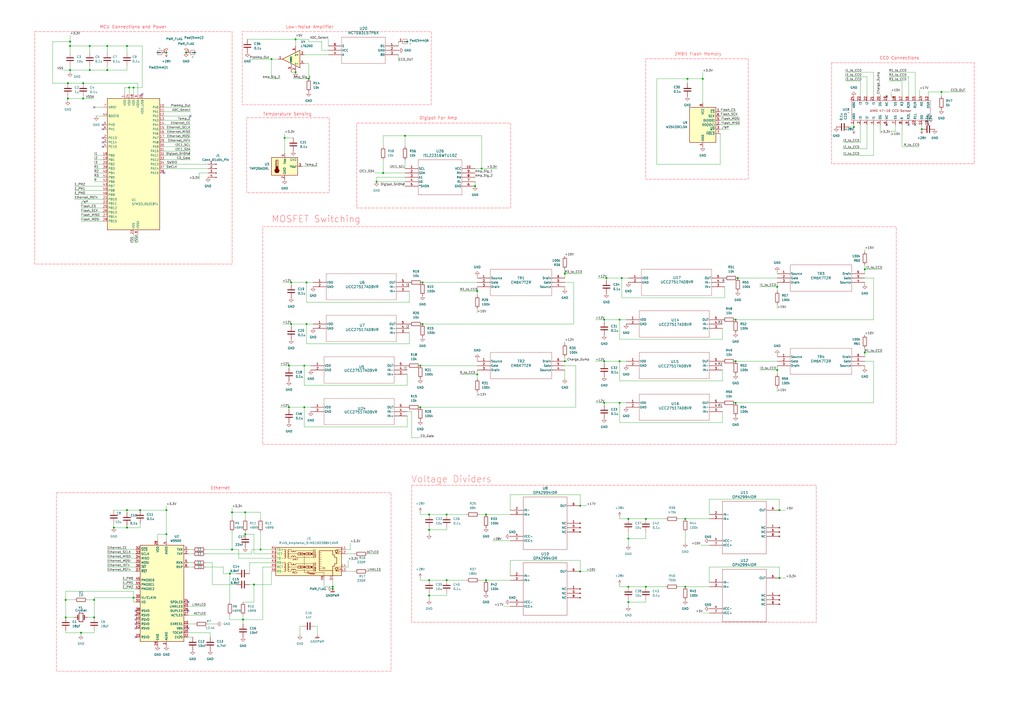
<source format=kicad_sch>
(kicad_sch (version 20231120) (generator "eeschema") (generator_version "8.0")
  (paper "A2")
  (lib_symbols
    (symbol "Amplifier_Operational:LT6230xS6"
      (property "Reference" "U" (at 0 6.35 0))
      (property "Value" "LT6230xS6" (at 0 3.81 0))
      (symbol "LT6230xS6_1_1"
        (pin output line (at 7.62 0 180) (length 2.54) (name "~") (number "1"))
        (pin power_in line (at -2.54 -7.62 90) (length 3.81) (name "V-") (number "2"))
        (pin input line (at -7.62 2.54 0) (length 2.54) (name "+") (number "3"))
        (pin input line (at -7.62 -2.54 0) (length 2.54) (name "-") (number "4"))
        (pin input line (at 0 -7.62 90) (length 5.08) (name "~{ENABLE}") (number "5"))
        (pin power_in line (at -2.54 7.62 270) (length 3.81) (name "V+") (number "6"))
      )
    )
    (symbol "CCD_Sensor:CCD_Sensor"
      (property "Reference" "U18" (at -24.13 1.2701 0))
      (property "Value" "~" (at -24.13 -0.635 0))
      (symbol "CCD_Sensor_1_1"
        (text "AIMO 47-10 CCD Sensor\n" (at -0.254 0.508 0) (effects (font (size 1.27 1.27))))
        (pin input line (at -21.59 -7.62 90) (length 2.54) (name "ABD") (number "1"))
        (pin input line (at 13.97 -7.62 90) (length 2.54) (name "R1L") (number "10"))
        (pin input line (at 17.78 -7.62 90) (length 2.54) (name "OD") (number "11"))
        (pin output line (at 21.59 -7.62 90) (length 2.54) (name "OSL") (number "12"))
        (pin output line (at 21.59 8.89 270) (length 2.54) (name "OSR") (number "13"))
        (pin input line (at 17.78 8.89 270) (length 2.54) (name "RD") (number "14"))
        (pin input line (at 13.97 8.89 270) (length 2.54) (name "R1R") (number "15"))
        (pin input line (at 10.16 8.89 270) (length 2.54) (name "R2R") (number "16"))
        (pin input line (at 6.35 8.89 270) (length 2.54) (name "R3") (number "17"))
        (pin input line (at 2.54 8.89 270) (length 2.54) (name "SS") (number "18"))
        (pin no_connect line (at -2.54 8.89 270) (length 2.54) (name "NC") (number "19"))
        (pin input line (at -17.78 -7.62 90) (length 2.54) (name "I3") (number "2"))
        (pin input line (at -6.35 8.89 270) (length 2.54) (name "DG") (number "20"))
        (pin input line (at -10.16 8.89 270) (length 2.54) (name "I1") (number "21"))
        (pin input line (at -13.97 8.89 270) (length 2.54) (name "I2") (number "22"))
        (pin input line (at -17.78 8.89 270) (length 2.54) (name "I3") (number "23"))
        (pin input line (at -21.59 8.89 270) (length 2.54) (name "ABG") (number "24"))
        (pin input line (at -13.97 -7.62 90) (length 2.54) (name "I2") (number "3"))
        (pin input line (at -10.16 -7.62 90) (length 2.54) (name "I1") (number "4"))
        (pin input line (at -6.35 -7.62 90) (length 2.54) (name "OG") (number "5"))
        (pin no_connect line (at -2.54 -7.62 90) (length 2.54) (name "NC") (number "6"))
        (pin input line (at 2.54 -7.62 90) (length 2.54) (name "SS") (number "7"))
        (pin input line (at 6.35 -7.62 90) (length 2.54) (name "R") (number "8"))
        (pin input line (at 10.16 -7.62 90) (length 2.54) (name "R2L") (number "9"))
      )
    )
    (symbol "Connector:Conn_01x04_Pin" (pin_names (offset 1.016) hide)
      (property "Reference" "J" (at 0 5.08 0))
      (property "Value" "Conn_01x04_Pin" (at 0 -7.62 0))
      (symbol "Conn_01x04_Pin_1_1"
        (pin passive line (at 5.08 2.54 180) (length 3.81) (name "Pin_1") (number "1"))
        (pin passive line (at 5.08 0 180) (length 3.81) (name "Pin_2") (number "2"))
        (pin passive line (at 5.08 -2.54 180) (length 3.81) (name "Pin_3") (number "3"))
        (pin passive line (at 5.08 -5.08 180) (length 3.81) (name "Pin_4") (number "4"))
      )
    )
    (symbol "Connector:RJ45_Amphenol_RJMG1BD3B8K1ANR"
      (property "Reference" "J" (at 18.415 10.16 0))
      (property "Value" "RJ45_Amphenol_RJMG1BD3B8K1ANR" (at -19.05 10.16 0))
      (symbol "RJ45_Amphenol_RJMG1BD3B8K1ANR_0_0"
        (text "C1" (at 4.699 6.985 0) (effects (font (size 0.889 0.889))))
        (text "C1" (at 10.16 -3.175 0) (effects (font (size 0.889 0.889))))
        (text "C2" (at 4.699 3.175 0) (effects (font (size 0.889 0.889))))
        (text "C3" (at 4.699 -0.635 0) (effects (font (size 0.889 0.889))))
        (text "C4" (at 4.699 5.715 0) (effects (font (size 0.889 0.889))))
        (text "C5" (at 4.699 4.445 0) (effects (font (size 0.889 0.889))))
        (text "C6" (at 4.699 -4.445 0) (effects (font (size 0.889 0.889))))
        (text "C7" (at 4.699 -1.905 0) (effects (font (size 0.889 0.889))))
        (text "C8" (at 4.699 -3.175 0) (effects (font (size 0.889 0.889))))
        (text "RCV" (at -8.255 -5.715 0) (effects (font (size 1.016 1.016)) (justify left)))
        (text "XMIT" (at -8.255 1.905 0) (effects (font (size 1.016 1.016)) (justify left)))
      )
      (symbol "RJ45_Amphenol_RJMG1BD3B8K1ANR_1_0"
        (text "1000pF" (at 3.302 -6.477 0) (effects (font (size 0.635 0.635))))
      )
      (symbol "RJ45_Amphenol_RJMG1BD3B8K1ANR_1_1"
        (text "75" (at -3.556 -2.54 0) (effects (font (size 0.635 0.635))))
        (text "75" (at -3.556 5.08 0) (effects (font (size 0.635 0.635))))
        (text "75" (at 1.016 -2.54 0) (effects (font (size 0.635 0.635))))
        (text "75" (at 1.016 5.08 0) (effects (font (size 0.635 0.635))))
        (text "G" (at 19.685 -3.81 0) (effects (font (size 0.635 0.635))))
        (text "Y" (at 19.558 6.35 0) (effects (font (size 0.635 0.635))))
        (pin passive line (at 22.86 7.62 180) (length 2.54) (name "") (number "L1"))
        (pin passive line (at 22.86 5.08 180) (length 2.54) (name "") (number "L2"))
        (pin passive line (at 22.86 -5.08 180) (length 2.54) (name "") (number "L3"))
        (pin passive line (at 22.86 -2.54 180) (length 2.54) (name "") (number "L4"))
        (pin passive line (at -20.32 7.62 0) (length 2.54) (name "TD+") (number "R1"))
        (pin passive line (at -20.32 2.54 0) (length 2.54) (name "TD-") (number "R2"))
        (pin passive line (at -20.32 0 0) (length 2.54) (name "RD+") (number "R3"))
        (pin passive line (at -20.32 5.08 0) (length 2.54) (name "TCT") (number "R4"))
        (pin passive line (at -20.32 -2.54 0) (length 2.54) (name "RCT") (number "R5"))
        (pin passive line (at -20.32 -5.08 0) (length 2.54) (name "RD-") (number "R6"))
        (pin no_connect line (at 20.32 0 0) (length 0) hide (name "NC") (number "R7"))
        (pin power_in line (at 10.16 -10.16 90) (length 2.54) (name "") (number "R8"))
        (pin passive line (at 15.24 -10.16 90) (length 2.54) (name "") (number "SH"))
      )
    )
    (symbol "Custom_Parts:Pad(5mm)"
      (property "Reference" "Pad(5mm)1" (at -0.254 5.842 0))
      (property "Value" "~" (at 0 -2.54 0))
      (symbol "Pad(5mm)_1_1"
        (pin bidirectional line (at -3.81 0 0) (length 2.54) (name "In/Out") (number "1"))
      )
    )
    (symbol "Device:C" (pin_numbers hide) (pin_names (offset 0.254))
      (property "Reference" "C" (at 0.635 2.54 0))
      (property "Value" "C" (at 0.635 -2.54 0))
      (symbol "C_1_1"
        (pin passive line (at 0 3.81 270) (length 2.794) (name "~") (number "1"))
        (pin passive line (at 0 -3.81 90) (length 2.794) (name "~") (number "2"))
      )
    )
    (symbol "Device:Crystal" (pin_numbers hide) (pin_names (offset 1.016) hide)
      (property "Reference" "Y" (at 0 3.81 0))
      (property "Value" "Crystal" (at 0 -3.81 0))
      (symbol "Crystal_1_1"
        (pin passive line (at -3.81 0 0) (length 1.27) (name "1") (number "1"))
        (pin passive line (at 3.81 0 180) (length 1.27) (name "2") (number "2"))
      )
    )
    (symbol "Device:R" (pin_numbers hide) (pin_names (offset 0))
      (property "Reference" "R" (at 2.032 0 90))
      (property "Value" "R" (at 0 0 90))
      (symbol "R_1_1"
        (pin passive line (at 0 3.81 270) (length 1.27) (name "~") (number "1"))
        (pin passive line (at 0 -3.81 90) (length 1.27) (name "~") (number "2"))
      )
    )
    (symbol "EM6K7:EM6K7T2R" (pin_names (offset 0.254))
      (property "Reference" "R" (at 25.4 10.16 0))
      (property "Value" "EM6K7T2R" (at 25.4 7.62 0))
      (symbol "EM6K7T2R_0_1"
        (pin unspecified line (at 0 0 0) (length 7.62) (name "Source") (number "1"))
        (pin unspecified line (at 0 -2.54 0) (length 7.62) (name "Gate") (number "2"))
        (pin unspecified line (at 0 -5.08 0) (length 7.62) (name "Drain") (number "3"))
        (pin unspecified line (at 50.8 -5.08 180) (length 7.62) (name "Source") (number "4"))
        (pin unspecified line (at 50.8 -2.54 180) (length 7.62) (name "Gate") (number "5"))
        (pin unspecified line (at 50.8 0 180) (length 7.62) (name "Drain") (number "6"))
      )
    )
    (symbol "ISL22316WFU10Z:ISL22316WFU10Z" (pin_names (offset 0.254))
      (property "Reference" "U" (at 20.32 10.16 0))
      (property "Value" "ISL22316WFU10Z" (at 20.32 7.62 0))
      (symbol "ISL22316WFU10Z_0_1"
        (pin input line (at 0 0 0) (length 7.62) (name "SCL") (number "1"))
        (pin power_in line (at 40.64 0 180) (length 7.62) (name "VCC") (number "10"))
        (pin bidirectional line (at 0 -2.54 0) (length 7.62) (name "SDA") (number "2"))
        (pin input line (at 0 -5.08 0) (length 7.62) (name "A1") (number "3"))
        (pin input line (at 0 -7.62 0) (length 7.62) (name "A0") (number "4"))
        (pin input line (at 0 -10.16 0) (length 7.62) (name "*SHDN") (number "5"))
        (pin power_in line (at 40.64 -10.16 180) (length 7.62) (name "GND") (number "6"))
        (pin unspecified line (at 40.64 -7.62 180) (length 7.62) (name "RL") (number "7"))
        (pin unspecified line (at 40.64 -5.08 180) (length 7.62) (name "RW") (number "8"))
        (pin unspecified line (at 40.64 -2.54 180) (length 7.62) (name "RH") (number "9"))
      )
    )
    (symbol "Interface_Ethernet:W5500"
      (property "Reference" "U" (at -11.43 29.21 0))
      (property "Value" "W5500" (at 8.89 29.21 0))
      (symbol "W5500_1_1"
        (pin output line (at 15.24 25.4 180) (length 2.54) (name "TXN") (number "1"))
        (pin passive line (at 15.24 -17.78 180) (length 2.54) (name "EXRES1") (number "10"))
        (pin passive line (at 2.54 30.48 270) (length 2.54) hide (name "AVDD") (number "11"))
        (pin no_connect line (at 12.7 7.62 180) (length 2.54) hide (name "NC") (number "12"))
        (pin no_connect line (at 12.7 5.08 180) (length 2.54) hide (name "NC") (number "13"))
        (pin passive line (at 2.54 -30.48 90) (length 2.54) hide (name "AGND") (number "14"))
        (pin passive line (at 2.54 30.48 270) (length 2.54) hide (name "AVDD") (number "15"))
        (pin passive line (at 2.54 -30.48 90) (length 2.54) hide (name "AGND") (number "16"))
        (pin passive line (at 2.54 30.48 270) (length 2.54) hide (name "AVDD") (number "17"))
        (pin passive line (at 15.24 -20.32 180) (length 2.54) (name "VBG") (number "18"))
        (pin passive line (at 2.54 -30.48 90) (length 2.54) hide (name "AGND") (number "19"))
        (pin output line (at 15.24 22.86 180) (length 2.54) (name "TXP") (number "2"))
        (pin passive line (at 15.24 -22.86 180) (length 2.54) (name "TOCAP") (number "20"))
        (pin passive line (at 2.54 30.48 270) (length 2.54) hide (name "AVDD") (number "21"))
        (pin output line (at 15.24 -25.4 180) (length 2.54) (name "1V2O") (number "22"))
        (pin input line (at -15.24 -25.4 0) (length 2.54) (name "RSVD") (number "23"))
        (pin output line (at 15.24 -5.08 180) (length 2.54) (name "SPDLED") (number "24"))
        (pin output line (at 15.24 -7.62 180) (length 2.54) (name "LINKLED") (number "25"))
        (pin output line (at 15.24 -10.16 180) (length 2.54) (name "DUPLED") (number "26"))
        (pin output line (at 15.24 -12.7 180) (length 2.54) (name "ACTLED") (number "27"))
        (pin power_in line (at -2.54 30.48 270) (length 2.54) (name "VDD") (number "28"))
        (pin power_in line (at -2.54 -30.48 90) (length 2.54) (name "GND") (number "29"))
        (pin power_in line (at 2.54 -30.48 90) (length 2.54) (name "AGND") (number "3"))
        (pin input line (at -15.24 -2.54 0) (length 2.54) (name "XI/CLKIN") (number "30"))
        (pin output line (at -15.24 -5.08 0) (length 2.54) (name "XO") (number "31"))
        (pin input line (at -15.24 25.4 0) (length 2.54) (name "~{SCS}") (number "32"))
        (pin input line (at -15.24 22.86 0) (length 2.54) (name "SCLK") (number "33"))
        (pin output line (at -15.24 20.32 0) (length 2.54) (name "MISO") (number "34"))
        (pin input line (at -15.24 17.78 0) (length 2.54) (name "MOSI") (number "35"))
        (pin input line (at -15.24 15.24 0) (length 2.54) (name "~{INT}") (number "36"))
        (pin input line (at -15.24 12.7 0) (length 2.54) (name "~{RST}") (number "37"))
        (pin input line (at -15.24 -10.16 0) (length 2.54) (name "RSVD") (number "38"))
        (pin input line (at -15.24 -12.7 0) (length 2.54) (name "RSVD") (number "39"))
        (pin power_in line (at 2.54 30.48 270) (length 2.54) (name "AVDD") (number "4"))
        (pin input line (at -15.24 -15.24 0) (length 2.54) (name "RSVD") (number "40"))
        (pin input line (at -15.24 -17.78 0) (length 2.54) (name "RSVD") (number "41"))
        (pin input line (at -15.24 -20.32 0) (length 2.54) (name "RSVD") (number "42"))
        (pin input line (at -15.24 2.54 0) (length 2.54) (name "PMODE2") (number "43"))
        (pin input line (at -15.24 5.08 0) (length 2.54) (name "PMODE1") (number "44"))
        (pin input line (at -15.24 7.62 0) (length 2.54) (name "PMODE0") (number "45"))
        (pin no_connect line (at 12.7 2.54 180) (length 2.54) hide (name "NC") (number "46"))
        (pin no_connect line (at 12.7 0 180) (length 2.54) hide (name "NC") (number "47"))
        (pin passive line (at 2.54 -30.48 90) (length 2.54) hide (name "AGND") (number "48"))
        (pin input line (at 15.24 17.78 180) (length 2.54) (name "RXN") (number "5"))
        (pin input line (at 15.24 15.24 180) (length 2.54) (name "RXP") (number "6"))
        (pin no_connect line (at 12.7 10.16 180) (length 2.54) hide (name "DNC") (number "7"))
        (pin passive line (at 2.54 30.48 270) (length 2.54) hide (name "AVDD") (number "8"))
        (pin passive line (at 2.54 -30.48 90) (length 2.54) hide (name "AGND") (number "9"))
      )
    )
    (symbol "MCU_ST_STM32L0:STM32L052C8Tx"
      (property "Reference" "U" (at -15.24 39.37 0))
      (property "Value" "STM32L052C8Tx" (at 7.62 39.37 0))
      (symbol "STM32L052C8Tx_1_1"
        (pin power_in line (at -5.08 40.64 270) (length 2.54) (name "VDD") (number "1"))
        (pin bidirectional line (at 17.78 33.02 180) (length 2.54) (name "PA0") (number "10"))
        (pin bidirectional line (at 17.78 30.48 180) (length 2.54) (name "PA1") (number "11"))
        (pin bidirectional line (at 17.78 27.94 180) (length 2.54) (name "PA2") (number "12"))
        (pin bidirectional line (at 17.78 25.4 180) (length 2.54) (name "PA3") (number "13"))
        (pin bidirectional line (at 17.78 22.86 180) (length 2.54) (name "PA4") (number "14"))
        (pin bidirectional line (at 17.78 20.32 180) (length 2.54) (name "PA5") (number "15"))
        (pin bidirectional line (at 17.78 17.78 180) (length 2.54) (name "PA6") (number "16"))
        (pin bidirectional line (at 17.78 15.24 180) (length 2.54) (name "PA7") (number "17"))
        (pin bidirectional line (at -17.78 5.08 0) (length 2.54) (name "PB0") (number "18"))
        (pin bidirectional line (at -17.78 2.54 0) (length 2.54) (name "PB1") (number "19"))
        (pin bidirectional line (at -17.78 15.24 0) (length 2.54) (name "PC13") (number "2"))
        (pin bidirectional line (at -17.78 0 0) (length 2.54) (name "PB2") (number "20"))
        (pin bidirectional line (at -17.78 -20.32 0) (length 2.54) (name "PB10") (number "21"))
        (pin bidirectional line (at -17.78 -22.86 0) (length 2.54) (name "PB11") (number "22"))
        (pin power_in line (at 0 -40.64 90) (length 2.54) (name "VSS") (number "23"))
        (pin power_in line (at -2.54 40.64 270) (length 2.54) (name "VDD") (number "24"))
        (pin bidirectional line (at -17.78 -25.4 0) (length 2.54) (name "PB12") (number "25"))
        (pin bidirectional line (at -17.78 -27.94 0) (length 2.54) (name "PB13") (number "26"))
        (pin bidirectional line (at -17.78 -30.48 0) (length 2.54) (name "PB14") (number "27"))
        (pin bidirectional line (at -17.78 -33.02 0) (length 2.54) (name "PB15") (number "28"))
        (pin bidirectional line (at 17.78 12.7 180) (length 2.54) (name "PA8") (number "29"))
        (pin bidirectional line (at -17.78 12.7 0) (length 2.54) (name "PC14") (number "3"))
        (pin bidirectional line (at 17.78 10.16 180) (length 2.54) (name "PA9") (number "30"))
        (pin bidirectional line (at 17.78 7.62 180) (length 2.54) (name "PA10") (number "31"))
        (pin bidirectional line (at 17.78 5.08 180) (length 2.54) (name "PA11") (number "32"))
        (pin bidirectional line (at 17.78 2.54 180) (length 2.54) (name "PA12") (number "33"))
        (pin bidirectional line (at 17.78 0 180) (length 2.54) (name "PA13") (number "34"))
        (pin passive line (at 0 -40.64 90) (length 2.54) hide (name "VSS") (number "35"))
        (pin power_in line (at 5.08 40.64 270) (length 2.54) (name "VDD_USB") (number "36"))
        (pin bidirectional line (at 17.78 -2.54 180) (length 2.54) (name "PA14") (number "37"))
        (pin bidirectional line (at 17.78 -5.08 180) (length 2.54) (name "PA15") (number "38"))
        (pin bidirectional line (at -17.78 -2.54 0) (length 2.54) (name "PB3") (number "39"))
        (pin bidirectional line (at -17.78 10.16 0) (length 2.54) (name "PC15") (number "4"))
        (pin bidirectional line (at -17.78 -5.08 0) (length 2.54) (name "PB4") (number "40"))
        (pin bidirectional line (at -17.78 -7.62 0) (length 2.54) (name "PB5") (number "41"))
        (pin bidirectional line (at -17.78 -10.16 0) (length 2.54) (name "PB6") (number "42"))
        (pin bidirectional line (at -17.78 -12.7 0) (length 2.54) (name "PB7") (number "43"))
        (pin input line (at -17.78 27.94 0) (length 2.54) (name "BOOT0") (number "44"))
        (pin bidirectional line (at -17.78 -15.24 0) (length 2.54) (name "PB8") (number "45"))
        (pin bidirectional line (at -17.78 -17.78 0) (length 2.54) (name "PB9") (number "46"))
        (pin passive line (at 0 -40.64 90) (length 2.54) hide (name "VSS") (number "47"))
        (pin power_in line (at 0 40.64 270) (length 2.54) (name "VDD") (number "48"))
        (pin bidirectional line (at -17.78 22.86 0) (length 2.54) (name "PH0") (number "5"))
        (pin bidirectional line (at -17.78 20.32 0) (length 2.54) (name "PH1") (number "6"))
        (pin input line (at -17.78 33.02 0) (length 2.54) (name "NRST") (number "7"))
        (pin power_in line (at 2.54 -40.64 90) (length 2.54) (name "VSSA") (number "8"))
        (pin power_in line (at 2.54 40.64 270) (length 2.54) (name "VDDA") (number "9"))
      )
    )
    (symbol "Memory_Flash:W25X20CLSN"
      (property "Reference" "U" (at -7.62 10.16 0))
      (property "Value" "W25X20CLSN" (at 2.54 10.16 0))
      (symbol "W25X20CLSN_1_1"
        (pin input line (at -10.16 7.62 0) (length 2.54) (name "~{CS}") (number "1"))
        (pin bidirectional line (at -10.16 0 0) (length 2.54) (name "DO(IO1)") (number "2"))
        (pin bidirectional line (at -10.16 -2.54 0) (length 2.54) (name "~{WP}") (number "3"))
        (pin power_in line (at 0 -12.7 90) (length 2.54) (name "GND") (number "4"))
        (pin bidirectional line (at -10.16 2.54 0) (length 2.54) (name "DI(IO0)") (number "5"))
        (pin input line (at -10.16 5.08 0) (length 2.54) (name "SCK") (number "6"))
        (pin bidirectional line (at -10.16 -5.08 0) (length 2.54) (name "~{HOLD}") (number "7"))
        (pin power_in line (at 0 12.7 270) (length 2.54) (name "VCC") (number "8"))
      )
    )
    (symbol "NC7SB3157:NC7SB3157P6X" (pin_names (offset 0.254))
      (property "Reference" "U" (at 20.32 10.16 0))
      (property "Value" "NC7SB3157P6X" (at 20.32 7.62 0))
      (symbol "NC7SB3157P6X_0_1"
        (pin unspecified line (at 0 0 0) (length 7.62) (name "B1") (number "1"))
        (pin power_out line (at 0 -2.54 0) (length 7.62) (name "GND") (number "2"))
        (pin unspecified line (at 0 -5.08 0) (length 7.62) (name "B0") (number "3"))
        (pin unspecified line (at 40.64 -5.08 180) (length 7.62) (name "A") (number "4"))
        (pin power_in line (at 40.64 -2.54 180) (length 7.62) (name "VCC") (number "5"))
        (pin unspecified line (at 40.64 0 180) (length 7.62) (name "S") (number "6"))
      )
    )
    (symbol "OPA2994:OPA2994IDR" (pin_names (offset 0.254))
      (property "Reference" "U" (at 20.32 12.7 0))
      (property "Value" "OPA2994IDR" (at 20.32 10.16 0))
      (symbol "OPA2994IDR_0_1"
        (pin no_connect line (at 40.64 -7.62 180) (length 7.62) (name "NC") (number "1"))
        (pin input line (at 0 0 0) (length 7.62) (name "IN-") (number "2"))
        (pin input line (at 0 -2.54 0) (length 7.62) (name "IN+") (number "3"))
        (pin power_in line (at 0 -15.24 0) (length 7.62) (name "VCC-") (number "4"))
        (pin no_connect line (at 40.64 -10.16 180) (length 7.62) (name "NC") (number "5"))
        (pin output line (at 40.64 2.54 180) (length 7.62) (name "OUT") (number "6"))
        (pin power_in line (at 0 -17.78 0) (length 7.62) (name "VCC+") (number "7"))
        (pin no_connect line (at 40.64 -12.7 180) (length 7.62) (name "NC") (number "8"))
      )
    )
    (symbol "Sensor_Temperature:TMP20AIDRL"
      (property "Reference" "U" (at -6.35 6.35 0))
      (property "Value" "TMP20AIDRL" (at 1.27 6.35 0))
      (symbol "TMP20AIDRL_1_1"
        (pin no_connect line (at 7.62 -2.54 180) (length 2.54) hide (name "NC") (number "1"))
        (pin power_in line (at 0 -7.62 90) (length 2.54) (name "GND") (number "2"))
        (pin output line (at 10.16 0 180) (length 2.54) (name "V_{OUT}") (number "3"))
        (pin power_in line (at 0 7.62 270) (length 2.54) (name "V_{DD}") (number "4"))
        (pin no_connect line (at 7.62 2.54 180) (length 2.54) hide (name "NC") (number "5"))
        (pin passive line (at 0 -7.62 90) (length 2.54) hide (name "GND") (number "6"))
      )
    )
    (symbol "UCC275_m:UCC27517ADBVR" (pin_names (offset 0.254))
      (property "Reference" "U" (at 27.94 10.16 0))
      (property "Value" "UCC27517ADBVR" (at 27.94 7.62 0))
      (symbol "UCC27517ADBVR_0_1"
        (pin power_in line (at 0 0 0) (length 7.62) (name "VDD") (number "1"))
        (pin power_in line (at 0 -2.54 0) (length 7.62) (name "GND") (number "2"))
        (pin input line (at 55.88 -5.08 180) (length 7.62) (name "IN+") (number "3"))
        (pin input line (at 55.88 -2.54 180) (length 7.62) (name "IN-") (number "4"))
        (pin output line (at 55.88 0 180) (length 7.62) (name "OUT") (number "5"))
      )
    )
    (symbol "power:+28V" (power) (pin_numbers hide) (pin_names (offset 0) hide)
      (property "Value" "+28V" (at 0 3.556 0))
      (symbol "+28V_1_1"
        (pin power_in line (at 0 0 90) (length 0) (name "~") (number "1"))
      )
    )
    (symbol "power:GND" (power) (pin_numbers hide) (pin_names (offset 0) hide)
      (property "Value" "GND" (at 0 -3.81 0))
      (symbol "GND_1_1"
        (pin power_in line (at 0 0 270) (length 0) (name "~") (number "1"))
      )
    )
    (symbol "power:GNDPWR" (power) (pin_numbers hide) (pin_names (offset 0) hide)
      (property "Value" "GNDPWR" (at 0 -3.302 0))
      (symbol "GNDPWR_1_1"
        (pin power_in line (at 0 0 270) (length 0) (name "~") (number "1"))
      )
    )
    (symbol "power:PWR_FLAG" (power) (pin_numbers hide) (pin_names (offset 0) hide)
      (property "Value" "PWR_FLAG" (at 0 3.81 0))
      (symbol "PWR_FLAG_0_0"
        (pin power_out line (at 0 0 90) (length 0) (name "~") (number "1"))
      )
    )
  )
  (junction (at 359.41 185.42))
  (junction (at 134.62 297.18))
  (junction (at 248.92 298.45))
  (junction (at 140.97 359.41))
  (junction (at 66.04 306.07))
  (junction (at 259.08 336.55))
  (junction (at 374.65 300.99))
  (junction (at 259.08 298.45))
  (junction (at 54.61 347.98))
  (junction (at 327.66 209.55))
  (junction (at 234.95 78.74))
  (junction (at 38.1 347.98))
  (junction (at 248.92 345.44))
  (junction (at 501.65 204.47))
  (junction (at 168.91 163.83))
  (junction (at 426.72 185.42))
  (junction (at 275.59 107.95))
  (junction (at 177.8 187.96))
  (junction (at 351.79 161.29))
  (junction (at 426.72 233.68))
  (junction (at 426.72 209.55))
  (junction (at 245.11 163.83))
  (junction (at 48.26 57.15))
  (junction (at 167.64 212.09))
  (junction (at 142.24 297.18))
  (junction (at 397.51 340.36))
  (junction (at 54.61 358.14))
  (junction (at 276.86 217.17))
  (junction (at 39.37 57.15))
  (junction (at 147.32 339.09))
  (junction (at 248.92 307.34))
  (junction (at 222.25 100.33))
  (junction (at 193.04 341.63))
  (junction (at 427.99 161.29))
  (junction (at 245.11 187.96))
  (junction (at 73.66 26.67))
  (junction (at 96.52 309.88))
  (junction (at 73.66 295.91))
  (junction (at 73.66 306.07))
  (junction (at 350.52 209.55))
  (junction (at 364.49 300.99))
  (junction (at 157.48 34.29))
  (junction (at 350.52 185.42))
  (junction (at 177.8 163.83))
  (junction (at 96.52 295.91))
  (junction (at 374.65 340.36))
  (junction (at 218.44 105.41))
  (junction (at 168.91 187.96))
  (junction (at 279.4 97.79))
  (junction (at 364.49 340.36))
  (junction (at 81.28 295.91))
  (junction (at 359.41 233.68))
  (junction (at 165.1 80.01))
  (junction (at 133.35 332.74))
  (junction (at 276.86 168.91))
  (junction (at 52.07 40.64))
  (junction (at 450.85 166.37))
  (junction (at 74.93 50.8))
  (junction (at 107.95 30.48))
  (junction (at 40.64 26.67))
  (junction (at 501.65 156.21))
  (junction (at 450.85 214.63))
  (junction (at 336.55 293.37))
  (junction (at 142.24 309.88))
  (junction (at 179.07 45.72))
  (junction (at 397.51 300.99))
  (junction (at 62.23 26.67))
  (junction (at 452.12 335.28))
  (junction (at 171.45 22.86))
  (junction (at 193.04 340.36))
  (junction (at 407.67 45.72))
  (junction (at 40.64 24.13))
  (junction (at 40.64 40.64))
  (junction (at 534.67 74.93))
  (junction (at 336.55 331.47))
  (junction (at 364.49 349.25))
  (junction (at 364.49 312.42))
  (junction (at 281.94 336.55))
  (junction (at 52.07 26.67))
  (junction (at 176.53 212.09))
  (junction (at 359.41 209.55))
  (junction (at 452.12 295.91))
  (junction (at 360.68 161.29))
  (junction (at 167.64 236.22))
  (junction (at 243.84 212.09))
  (junction (at 134.62 318.77))
  (junction (at 243.84 236.22))
  (junction (at 46.99 367.03))
  (junction (at 350.52 233.68))
  (junction (at 281.94 298.45))
  (junction (at 77.47 50.8))
  (junction (at 62.23 40.64))
  (junction (at 38.1 358.14))
  (junction (at 248.92 336.55))
  (junction (at 96.52 30.48))
  (junction (at 495.3 73.66))
  (junction (at 39.37 48.26))
  (junction (at 546.1 53.34))
  (junction (at 48.26 48.26))
  (junction (at 398.78 45.72))
  (junction (at 171.45 41.91))
  (junction (at 327.66 158.75))
  (junction (at 77.47 346.71))
  (junction (at 176.53 236.22))
  (junction (at 151.13 318.77))
  (no_connect (at 110.49 67.31))
  (no_connect (at 59.69 82.55))
  (no_connect (at 109.22 354.33))
  (no_connect (at 59.69 72.39))
  (no_connect (at 59.69 85.09))
  (no_connect (at 95.25 100.33))
  (no_connect (at 54.61 62.23))
  (no_connect (at 78.74 356.87))
  (no_connect (at 59.69 74.93))
  (no_connect (at 82.55 54.61))
  (no_connect (at 59.69 80.01))
  (no_connect (at 530.86 72.39))
  (no_connect (at 78.74 364.49))
  (no_connect (at 78.74 354.33))
  (no_connect (at 78.74 359.41))
  (no_connect (at 514.35 72.39))
  (no_connect (at 78.74 361.95))
  (no_connect (at 109.22 349.25))
  (no_connect (at 527.05 72.39))
  (no_connect (at 538.48 72.39))
  (no_connect (at 514.35 55.88))
  (no_connect (at 109.22 364.49))
  (no_connect (at 78.74 369.57))
  (wire (pts (xy 234.95 92.71) (xy 234.95 97.79)))
  (wire (pts (xy 54.61 92.71) (xy 59.69 92.71)))
  (wire (pts (xy 193.04 336.55) (xy 193.04 340.36)))
  (wire (pts (xy 237.49 175.26) (xy 177.8 175.26)))
  (wire (pts (xy 144.78 332.74) (xy 144.78 326.39)))
  (wire (pts (xy 62.23 323.85) (xy 78.74 323.85)))
  (wire (pts (xy 266.7 168.91) (xy 276.86 168.91)))
  (wire (pts (xy 397.51 300.99) (xy 411.48 300.99)))
  (wire (pts (xy 295.91 287.02) (xy 295.91 295.91)))
  (wire (pts (xy 40.64 20.32) (xy 40.64 24.13)))
  (wire (pts (xy 52.07 40.64) (xy 62.23 40.64)))
  (wire (pts (xy 138.43 318.77) (xy 138.43 323.85)))
  (wire (pts (xy 140.97 349.25) (xy 147.32 349.25)))
  (wire (pts (xy 193.04 340.36) (xy 193.04 341.63)))
  (wire (pts (xy 452.12 295.91) (xy 455.93 295.91)))
  (wire (pts (xy 52.07 38.1) (xy 52.07 40.64)))
  (wire (pts (xy 359.41 185.42) (xy 363.22 185.42)))
  (wire (pts (xy 173.99 363.22) (xy 175.26 363.22)))
  (wire (pts (xy 450.85 205.74) (xy 450.85 207.01)))
  (wire (pts (xy 515.62 46.99) (xy 523.24 46.99)))
  (wire (pts (xy 495.3 74.93) (xy 495.3 73.66)))
  (wire (pts (xy 144.78 34.29) (xy 157.48 34.29)))
  (wire (pts (xy 502.92 55.88) (xy 502.92 44.45)))
  (wire (pts (xy 281.94 336.55) (xy 295.91 336.55)))
  (wire (pts (xy 381 95.25) (xy 417.83 95.25)))
  (wire (pts (xy 501.65 201.93) (xy 501.65 204.47)))
  (wire (pts (xy 501.65 204.47) (xy 501.65 207.01)))
  (wire (pts (xy 275.59 105.41) (xy 275.59 107.95)))
  (wire (pts (xy 248.92 307.34) (xy 259.08 307.34)))
  (wire (pts (xy 530.86 55.88) (xy 530.86 41.91)))
  (wire (pts (xy 237.49 199.39) (xy 177.8 199.39)))
  (wire (pts (xy 46.99 128.27) (xy 59.69 128.27)))
  (wire (pts (xy 406.4 316.23) (xy 411.48 316.23)))
  (wire (pts (xy 360.68 161.29) (xy 351.79 161.29)))
  (wire (pts (xy 54.61 97.79) (xy 59.69 97.79)))
  (wire (pts (xy 374.65 340.36) (xy 386.08 340.36)))
  (wire (pts (xy 119.38 356.87) (xy 109.22 356.87)))
  (wire (pts (xy 182.88 363.22) (xy 184.15 363.22)))
  (wire (pts (xy 245.11 187.96) (xy 332.74 187.96)))
  (wire (pts (xy 523.24 55.88) (xy 523.24 46.99)))
  (wire (pts (xy 110.49 72.39) (xy 95.25 72.39)))
  (wire (pts (xy 450.85 224.79) (xy 450.85 227.33)))
  (wire (pts (xy 222.25 100.33) (xy 234.95 100.33)))
  (wire (pts (xy 345.44 209.55) (xy 350.52 209.55)))
  (wire (pts (xy 119.38 326.39) (xy 123.19 326.39)))
  (wire (pts (xy 515.62 44.45) (xy 527.05 44.45)))
  (wire (pts (xy 133.35 356.87) (xy 133.35 359.41)))
  (wire (pts (xy 201.93 325.12) (xy 201.93 328.93)))
  (wire (pts (xy 186.69 29.21) (xy 190.5 29.21)))
  (wire (pts (xy 171.45 21.59) (xy 171.45 22.86)))
  (wire (pts (xy 237.49 193.04) (xy 237.49 199.39)))
  (wire (pts (xy 288.29 97.79) (xy 279.4 97.79)))
  (wire (pts (xy 62.23 331.47) (xy 78.74 331.47)))
  (wire (pts (xy 40.64 26.67) (xy 40.64 30.48)))
  (wire (pts (xy 506.73 72.39) (xy 506.73 90.17)))
  (wire (pts (xy 165.1 77.47) (xy 165.1 80.01)))
  (wire (pts (xy 510.54 54.61) (xy 510.54 55.88)))
  (wire (pts (xy 170.18 45.72) (xy 179.07 45.72)))
  (wire (pts (xy 144.78 339.09) (xy 147.32 339.09)))
  (wire (pts (xy 179.07 22.86) (xy 179.07 24.13)))
  (wire (pts (xy 398.78 45.72) (xy 407.67 45.72)))
  (wire (pts (xy 429.26 69.85) (xy 417.83 69.85)))
  (wire (pts (xy 327.66 212.09) (xy 334.01 212.09)))
  (wire (pts (xy 96.52 293.37) (xy 96.52 295.91)))
  (wire (pts (xy 278.13 298.45) (xy 281.94 298.45)))
  (wire (pts (xy 179.07 24.13) (xy 186.69 24.13)))
  (wire (pts (xy 374.65 300.99) (xy 386.08 300.99)))
  (wire (pts (xy 62.23 26.67) (xy 52.07 26.67)))
  (wire (pts (xy 506.73 55.88) (xy 506.73 41.91)))
  (wire (pts (xy 393.7 300.99) (xy 397.51 300.99)))
  (wire (pts (xy 142.24 308.61) (xy 142.24 309.88)))
  (wire (pts (xy 96.52 295.91) (xy 96.52 309.88)))
  (wire (pts (xy 54.61 102.87) (xy 59.69 102.87)))
  (wire (pts (xy 336.55 331.47) (xy 345.44 331.47)))
  (wire (pts (xy 133.35 332.74) (xy 137.16 332.74)))
  (wire (pts (xy 184.15 363.22) (xy 184.15 368.3)))
  (wire (pts (xy 81.28 306.07) (xy 73.66 306.07)))
  (wire (pts (xy 151.13 318.77) (xy 157.48 318.77)))
  (wire (pts (xy 417.83 95.25) (xy 417.83 77.47)))
  (wire (pts (xy 450.85 166.37) (xy 450.85 163.83)))
  (wire (pts (xy 516.89 76.2) (xy 519.43 76.2)))
  (wire (pts (xy 54.61 95.25) (xy 59.69 95.25)))
  (wire (pts (xy 259.08 306.07) (xy 259.08 307.34)))
  (wire (pts (xy 407.67 45.72) (xy 407.67 59.69)))
  (wire (pts (xy 143.51 22.86) (xy 171.45 22.86)))
  (wire (pts (xy 515.62 41.91) (xy 530.86 41.91)))
  (wire (pts (xy 501.65 212.09) (xy 501.65 213.36)))
  (wire (pts (xy 534.67 74.93) (xy 534.67 72.39)))
  (wire (pts (xy 350.52 233.68) (xy 350.52 234.95)))
  (wire (pts (xy 40.64 40.64) (xy 40.64 41.91)))
  (wire (pts (xy 134.62 294.64) (xy 134.62 297.18)))
  (wire (pts (xy 450.85 179.07) (xy 450.85 176.53)))
  (wire (pts (xy 43.18 115.57) (xy 59.69 115.57)))
  (wire (pts (xy 46.99 118.11) (xy 59.69 118.11)))
  (wire (pts (xy 278.13 336.55) (xy 281.94 336.55)))
  (wire (pts (xy 110.49 77.47) (xy 95.25 77.47)))
  (wire (pts (xy 179.07 36.83) (xy 179.07 45.72)))
  (wire (pts (xy 488.95 90.17) (xy 506.73 90.17)))
  (wire (pts (xy 109.22 328.93) (xy 111.76 328.93)))
  (wire (pts (xy 109.22 321.31) (xy 111.76 321.31)))
  (wire (pts (xy 334.01 236.22) (xy 334.01 212.09)))
  (wire (pts (xy 419.1 214.63) (xy 419.1 220.98)))
  (wire (pts (xy 157.48 328.93) (xy 152.4 328.93)))
  (wire (pts (xy 234.95 78.74) (xy 234.95 85.09)))
  (wire (pts (xy 173.99 368.3) (xy 173.99 363.22)))
  (wire (pts (xy 109.22 369.57) (xy 111.76 369.57)))
  (wire (pts (xy 452.12 335.28) (xy 452.12 328.93)))
  (wire (pts (xy 248.92 306.07) (xy 248.92 307.34)))
  (wire (pts (xy 186.69 24.13) (xy 186.69 29.21)))
  (wire (pts (xy 218.44 102.87) (xy 218.44 105.41)))
  (wire (pts (xy 243.84 236.22) (xy 334.01 236.22)))
  (wire (pts (xy 279.4 78.74) (xy 279.4 97.79)))
  (wire (pts (xy 276.86 208.28) (xy 276.86 209.55)))
  (wire (pts (xy 177.8 163.83) (xy 168.91 163.83)))
  (wire (pts (xy 38.1 365.76) (xy 38.1 367.03)))
  (wire (pts (xy 501.65 153.67) (xy 501.65 156.21)))
  (wire (pts (xy 167.64 236.22) (xy 167.64 237.49)))
  (wire (pts (xy 115.57 100.33) (xy 115.57 104.14)))
  (wire (pts (xy 110.49 67.31) (xy 95.25 67.31)))
  (wire (pts (xy 336.55 325.12) (xy 295.91 325.12)))
  (wire (pts (xy 179.07 36.83) (xy 176.53 36.83)))
  (wire (pts (xy 332.74 187.96) (xy 332.74 163.83)))
  (wire (pts (xy 38.1 347.98) (xy 38.1 358.14)))
  (wire (pts (xy 176.53 236.22) (xy 167.64 236.22)))
  (wire (pts (xy 259.08 298.45) (xy 270.51 298.45)))
  (wire (pts (xy 538.48 53.34) (xy 546.1 53.34)))
  (wire (pts (xy 177.8 175.26) (xy 177.8 163.83)))
  (wire (pts (xy 151.13 308.61) (xy 151.13 318.77)))
  (wire (pts (xy 73.66 26.67) (xy 82.55 26.67)))
  (wire (pts (xy 95.25 90.17) (xy 110.49 90.17)))
  (wire (pts (xy 119.38 351.79) (xy 109.22 351.79)))
  (wire (pts (xy 54.61 346.71) (xy 77.47 346.71)))
  (wire (pts (xy 133.35 332.74) (xy 133.35 349.25)))
  (wire (pts (xy 157.48 34.29) (xy 161.29 34.29)))
  (wire (pts (xy 73.66 26.67) (xy 62.23 26.67)))
  (wire (pts (xy 359.41 185.42) (xy 350.52 185.42)))
  (wire (pts (xy 374.65 308.61) (xy 374.65 312.42)))
  (wire (pts (xy 119.38 328.93) (xy 129.54 328.93)))
  (wire (pts (xy 364.49 312.42) (xy 374.65 312.42)))
  (wire (pts (xy 110.49 62.23) (xy 95.25 62.23)))
  (wire (pts (xy 450.85 214.63) (xy 450.85 212.09)))
  (wire (pts (xy 74.93 50.8) (xy 77.47 50.8)))
  (wire (pts (xy 82.55 26.67) (xy 82.55 50.8)))
  (wire (pts (xy 177.8 199.39) (xy 177.8 187.96)))
  (wire (pts (xy 200.66 318.77) (xy 203.2 318.77)))
  (wire (pts (xy 165.1 80.01) (xy 165.1 88.9)))
  (wire (pts (xy 243.84 336.55) (xy 248.92 336.55)))
  (wire (pts (xy 167.64 212.09) (xy 167.64 213.36)))
  (wire (pts (xy 327.66 207.01) (xy 327.66 209.55)))
  (wire (pts (xy 96.52 309.88) (xy 91.44 309.88)))
  (wire (pts (xy 54.61 105.41) (xy 59.69 105.41)))
  (wire (pts (xy 38.1 342.9) (xy 77.47 342.9)))
  (wire (pts (xy 73.66 38.1) (xy 73.66 40.64)))
  (wire (pts (xy 142.24 297.18) (xy 151.13 297.18)))
  (wire (pts (xy 176.53 31.75) (xy 190.5 31.75)))
  (wire (pts (xy 147.32 309.88) (xy 147.32 321.31)))
  (wire (pts (xy 426.72 64.77) (xy 417.83 64.77)))
  (wire (pts (xy 234.95 78.74) (xy 279.4 78.74)))
  (wire (pts (xy 176.53 212.09) (xy 180.34 212.09)))
  (wire (pts (xy 276.86 168.91) (xy 276.86 166.37)))
  (wire (pts (xy 276.86 179.07) (xy 276.86 181.61)))
  (wire (pts (xy 231.14 24.13) (xy 231.14 26.67)))
  (wire (pts (xy 360.68 172.72) (xy 360.68 161.29)))
  (wire (pts (xy 176.53 247.65) (xy 176.53 236.22)))
  (wire (pts (xy 426.72 233.68) (xy 506.73 233.68)))
  (wire (pts (xy 398.78 45.72) (xy 381 45.72)))
  (wire (pts (xy 248.92 307.34) (xy 248.92 309.88)))
  (wire (pts (xy 332.74 163.83) (xy 327.66 163.83)))
  (wire (pts (xy 519.43 76.2) (xy 519.43 72.39)))
  (wire (pts (xy 30.48 24.13) (xy 30.48 48.26)))
  (wire (pts (xy 77.47 346.71) (xy 77.47 349.25)))
  (wire (pts (xy 38.1 342.9) (xy 38.1 347.98)))
  (wire (pts (xy 222.25 78.74) (xy 234.95 78.74)))
  (wire (pts (xy 163.83 163.83) (xy 168.91 163.83)))
  (wire (pts (xy 187.96 336.55) (xy 187.96 340.36)))
  (wire (pts (xy 236.22 247.65) (xy 176.53 247.65)))
  (wire (pts (xy 66.04 295.91) (xy 73.66 295.91)))
  (wire (pts (xy 248.92 345.44) (xy 248.92 347.98)))
  (wire (pts (xy 516.89 55.88) (xy 519.43 55.88)))
  (wire (pts (xy 236.22 217.17) (xy 236.22 223.52)))
  (wire (pts (xy 52.07 26.67) (xy 40.64 26.67)))
  (wire (pts (xy 492.76 73.66) (xy 495.3 73.66)))
  (wire (pts (xy 73.66 30.48) (xy 73.66 26.67)))
  (wire (pts (xy 327.66 158.75) (xy 327.66 161.29)))
  (wire (pts (xy 426.72 209.55) (xy 450.85 209.55)))
  (wire (pts (xy 62.23 328.93) (xy 78.74 328.93)))
  (wire (pts (xy 48.26 48.26) (xy 80.01 48.26)))
  (wire (pts (xy 162.56 45.72) (xy 157.48 45.72)))
  (wire (pts (xy 138.43 323.85) (xy 157.48 323.85)))
  (wire (pts (xy 238.76 238.76) (xy 236.22 238.76)))
  (wire (pts (xy 39.37 55.88) (xy 39.37 57.15)))
  (wire (pts (xy 187.96 340.36) (xy 193.04 340.36)))
  (wire (pts (xy 276.86 219.71) (xy 276.86 217.17)))
  (wire (pts (xy 171.45 22.86) (xy 179.07 22.86)))
  (wire (pts (xy 336.55 293.37) (xy 336.55 287.02)))
  (wire (pts (xy 236.22 223.52) (xy 176.53 223.52)))
  (wire (pts (xy 327.66 198.12) (xy 327.66 199.39)))
  (wire (pts (xy 36.83 40.64) (xy 40.64 40.64)))
  (wire (pts (xy 176.53 212.09) (xy 167.64 212.09)))
  (wire (pts (xy 248.92 298.45) (xy 259.08 298.45)))
  (wire (pts (xy 336.55 287.02) (xy 295.91 287.02)))
  (wire (pts (xy 238.76 254) (xy 238.76 238.76)))
  (wire (pts (xy 168.91 187.96) (xy 168.91 189.23)))
  (wire (pts (xy 80.01 48.26) (xy 80.01 54.61)))
  (wire (pts (xy 499.11 72.39) (xy 499.11 82.55)))
  (wire (pts (xy 237.49 168.91) (xy 237.49 175.26)))
  (wire (pts (xy 243.84 298.45) (xy 248.92 298.45)))
  (wire (pts (xy 450.85 217.17) (xy 450.85 214.63)))
  (wire (pts (xy 411.48 289.56) (xy 411.48 298.45)))
  (wire (pts (xy 351.79 161.29) (xy 351.79 162.56)))
  (wire (pts (xy 71.12 341.63) (xy 78.74 341.63)))
  (wire (pts (xy 407.67 41.91) (xy 407.67 45.72)))
  (wire (pts (xy 217.17 100.33) (xy 222.25 100.33)))
  (wire (pts (xy 364.49 347.98) (xy 364.49 349.25)))
  (wire (pts (xy 393.7 340.36) (xy 397.51 340.36)))
  (wire (pts (xy 327.66 166.37) (xy 327.66 167.64)))
  (wire (pts (xy 151.13 297.18) (xy 151.13 300.99)))
  (wire (pts (xy 279.4 97.79) (xy 275.59 97.79)))
  (wire (pts (xy 77.47 342.9) (xy 77.47 346.71)))
  (wire (pts (xy 506.73 233.68) (xy 506.73 209.55)))
  (wire (pts (xy 452.12 335.28) (xy 455.93 335.28)))
  (wire (pts (xy 222.25 85.09) (xy 222.25 78.74)))
  (wire (pts (xy 91.44 309.88) (xy 91.44 313.69)))
  (wire (pts (xy 73.66 306.07) (xy 66.04 306.07)))
  (wire (pts (xy 40.64 40.64) (xy 52.07 40.64)))
  (wire (pts (xy 71.12 336.55) (xy 78.74 336.55)))
  (wire (pts (xy 364.49 340.36) (xy 374.65 340.36)))
  (wire (pts (xy 50.8 358.14) (xy 54.61 358.14)))
  (wire (pts (xy 73.66 297.18) (xy 73.66 295.91)))
  (wire (pts (xy 48.26 57.15) (xy 48.26 55.88)))
  (wire (pts (xy 134.62 318.77) (xy 138.43 318.77)))
  (wire (pts (xy 52.07 26.67) (xy 52.07 30.48)))
  (wire (pts (xy 54.61 62.23) (xy 59.69 62.23)))
  (wire (pts (xy 95.25 95.25) (xy 120.65 95.25)))
  (wire (pts (xy 129.54 328.93) (xy 129.54 332.74)))
  (wire (pts (xy 266.7 217.17) (xy 276.86 217.17)))
  (wire (pts (xy 157.48 339.09) (xy 157.48 331.47)))
  (wire (pts (xy 359.41 233.68) (xy 350.52 233.68)))
  (wire (pts (xy 168.91 163.83) (xy 168.91 165.1)))
  (wire (pts (xy 440.69 166.37) (xy 450.85 166.37)))
  (wire (pts (xy 429.26 72.39) (xy 417.83 72.39)))
  (wire (pts (xy 243.84 297.18) (xy 243.84 298.45)))
  (wire (pts (xy 359.41 209.55) (xy 363.22 209.55)))
  (wire (pts (xy 490.22 41.91) (xy 506.73 41.91)))
  (wire (pts (xy 359.41 339.09) (xy 359.41 340.36)))
  (wire (pts (xy 30.48 24.13) (xy 40.64 24.13)))
  (wire (pts (xy 359.41 245.11) (xy 359.41 233.68)))
  (wire (pts (xy 374.65 347.98) (xy 374.65 349.25)))
  (wire (pts (xy 276.86 217.17) (xy 276.86 214.63)))
  (wire (pts (xy 488.95 86.36) (xy 502.92 86.36)))
  (wire (pts (xy 50.8 347.98) (xy 54.61 347.98)))
  (wire (pts (xy 336.55 331.47) (xy 336.55 325.12)))
  (wire (pts (xy 231.14 35.56) (xy 231.14 31.75)))
  (wire (pts (xy 73.66 295.91) (xy 81.28 295.91)))
  (wire (pts (xy 62.23 26.67) (xy 62.23 30.48)))
  (wire (pts (xy 48.26 57.15) (xy 54.61 57.15)))
  (wire (pts (xy 276.86 160.02) (xy 276.86 161.29)))
  (wire (pts (xy 40.64 24.13) (xy 40.64 26.67)))
  (wire (pts (xy 364.49 349.25) (xy 364.49 351.79)))
  (wire (pts (xy 55.88 67.31) (xy 59.69 67.31)))
  (wire (pts (xy 95.25 97.79) (xy 120.65 97.79)))
  (wire (pts (xy 95.25 85.09) (xy 110.49 85.09)))
  (wire (pts (xy 177.8 187.96) (xy 181.61 187.96)))
  (wire (pts (xy 176.53 236.22) (xy 180.34 236.22)))
  (wire (pts (xy 177.8 163.83) (xy 181.61 163.83)))
  (wire (pts (xy 360.68 172.72) (xy 420.37 172.72)))
  (wire (pts (xy 163.83 187.96) (xy 168.91 187.96)))
  (wire (pts (xy 350.52 185.42) (xy 350.52 186.69)))
  (wire (pts (xy 359.41 196.85) (xy 359.41 185.42)))
  (wire (pts (xy 30.48 48.26) (xy 39.37 48.26)))
  (wire (pts (xy 203.2 314.96) (xy 203.2 318.77)))
  (wire (pts (xy 46.99 120.65) (xy 59.69 120.65)))
  (wire (pts (xy 109.22 361.95) (xy 113.03 361.95)))
  (wire (pts (xy 276.86 229.87) (xy 276.86 227.33)))
  (wire (pts (xy 140.97 359.41) (xy 140.97 356.87)))
  (wire (pts (xy 420.37 166.37) (xy 420.37 172.72)))
  (wire (pts (xy 200.66 331.47) (xy 205.74 331.47)))
  (wire (pts (xy 427.99 67.31) (xy 417.83 67.31)))
  (wire (pts (xy 243.84 254) (xy 238.76 254)))
  (wire (pts (xy 419.1 245.11) (xy 359.41 245.11)))
  (wire (pts (xy 501.65 163.83) (xy 501.65 165.1)))
  (wire (pts (xy 337.82 158.75) (xy 327.66 158.75)))
  (wire (pts (xy 488.95 82.55) (xy 499.11 82.55)))
  (wire (pts (xy 327.66 214.63) (xy 327.66 219.71)))
  (wire (pts (xy 359.41 299.72) (xy 359.41 300.99)))
  (wire (pts (xy 419.1 196.85) (xy 359.41 196.85)))
  (wire (pts (xy 359.41 220.98) (xy 359.41 209.55)))
  (wire (pts (xy 350.52 209.55) (xy 350.52 210.82)))
  (wire (pts (xy 177.8 187.96) (xy 168.91 187.96)))
  (wire (pts (xy 72.39 50.8) (xy 74.93 50.8)))
  (wire (pts (xy 427.99 161.29) (xy 450.85 161.29)))
  (wire (pts (xy 110.49 80.01) (xy 95.25 80.01)))
  (wire (pts (xy 142.24 297.18) (xy 142.24 300.99)))
  (wire (pts (xy 110.49 74.93) (xy 95.25 74.93)))
  (wire (pts (xy 222.25 92.71) (xy 222.25 100.33)))
  (wire (pts (xy 110.49 64.77) (xy 95.25 64.77)))
  (wire (pts (xy 157.48 321.31) (xy 147.32 321.31)))
  (wire (pts (xy 95.25 92.71) (xy 110.49 92.71)))
  (wire (pts (xy 523.24 85.09) (xy 533.4 85.09)))
  (wire (pts (xy 176.53 223.52) (xy 176.53 212.09)))
  (wire (pts (xy 62.23 326.39) (xy 78.74 326.39)))
  (wire (pts (xy 81.28 295.91) (xy 96.52 295.91)))
  (wire (pts (xy 364.49 308.61) (xy 364.49 312.42)))
  (wire (pts (xy 43.18 113.03) (xy 59.69 113.03)))
  (wire (pts (xy 171.45 22.86) (xy 171.45 26.67)))
  (wire (pts (xy 39.37 57.15) (xy 48.26 57.15)))
  (wire (pts (xy 95.25 87.63) (xy 110.49 87.63)))
  (wire (pts (xy 533.4 52.07) (xy 533.4 55.88)))
  (wire (pts (xy 511.81 156.21) (xy 501.65 156.21)))
  (wire (pts (xy 276.86 171.45) (xy 276.86 168.91)))
  (wire (pts (xy 168.91 41.91) (xy 171.45 41.91)))
  (wire (pts (xy 134.62 297.18) (xy 142.24 297.18)))
  (wire (pts (xy 234.95 102.87) (xy 218.44 102.87)))
  (wire (pts (xy 109.22 326.39) (xy 111.76 326.39)))
  (wire (pts (xy 162.56 212.09) (xy 167.64 212.09)))
  (wire (pts (xy 510.54 72.39) (xy 510.54 77.47)))
  (wire (pts (xy 43.18 107.95) (xy 59.69 107.95)))
  (wire (pts (xy 506.73 209.55) (xy 501.65 209.55)))
  (wire (pts (xy 450.85 168.91) (xy 450.85 166.37)))
  (wire (pts (xy 121.92 367.03) (xy 121.92 369.57)))
  (wire (pts (xy 129.54 332.74) (xy 133.35 332.74)))
  (wire (pts (xy 419.1 220.98) (xy 359.41 220.98)))
  (wire (pts (xy 364.49 300.99) (xy 374.65 300.99)))
  (wire (pts (xy 77.47 50.8) (xy 77.47 54.61)))
  (wire (pts (xy 259.08 336.55) (xy 270.51 336.55)))
  (wire (pts (xy 157.48 45.72) (xy 157.48 34.29)))
  (wire (pts (xy 96.52 309.88) (xy 96.52 313.69)))
  (wire (pts (xy 259.08 344.17) (xy 259.08 345.44)))
  (wire (pts (xy 40.64 38.1) (xy 40.64 40.64)))
  (wire (pts (xy 147.32 349.25) (xy 147.32 339.09)))
  (wire (pts (xy 146.05 318.77) (xy 151.13 318.77)))
  (wire (pts (xy 190.5 22.86) (xy 190.5 26.67)))
  (wire (pts (xy 46.99 367.03) (xy 46.99 368.3)))
  (wire (pts (xy 38.1 347.98) (xy 43.18 347.98)))
  (wire (pts (xy 419.1 238.76) (xy 419.1 245.11)))
  (wire (pts (xy 501.65 146.05) (xy 501.65 144.78)))
  (wire (pts (xy 502.92 72.39) (xy 502.92 86.36)))
  (wire (pts (xy 54.61 346.71) (xy 54.61 347.98)))
  (wire (pts (xy 245.11 163.83) (xy 276.86 163.83)))
  (wire (pts (xy 450.85 157.48) (xy 450.85 158.75)))
  (wire (pts (xy 422.91 74.93) (xy 417.83 74.93)))
  (wire (pts (xy 115.57 100.33) (xy 120.65 100.33)))
  (wire (pts (xy 123.19 339.09) (xy 137.16 339.09)))
  (wire (pts (xy 46.99 125.73) (xy 59.69 125.73)))
  (wire (pts (xy 490.22 46.99) (xy 499.11 46.99)))
  (wire (pts (xy 452.12 295.91) (xy 452.12 289.56)))
  (wire (pts (xy 162.56 236.22) (xy 167.64 236.22)))
  (wire (pts (xy 123.19 326.39) (xy 123.19 339.09)))
  (wire (pts (xy 54.61 90.17) (xy 59.69 90.17)))
  (wire (pts (xy 364.49 349.25) (xy 374.65 349.25)))
  (wire (pts (xy 516.89 53.34) (xy 516.89 55.88)))
  (wire (pts (xy 506.73 161.29) (xy 501.65 161.29)))
  (wire (pts (xy 397.51 340.36) (xy 411.48 340.36)))
  (wire (pts (xy 546.1 53.34) (xy 560.07 53.34)))
  (wire (pts (xy 490.22 44.45) (xy 502.92 44.45)))
  (wire (pts (xy 440.69 214.63) (xy 450.85 214.63)))
  (wire (pts (xy 407.67 355.6) (xy 411.48 355.6)))
  (wire (pts (xy 38.1 367.03) (xy 46.99 367.03)))
  (wire (pts (xy 538.48 55.88) (xy 538.48 53.34)))
  (wire (pts (xy 62.23 318.77) (xy 78.74 318.77)))
  (wire (pts (xy 119.38 321.31) (xy 146.05 321.31)))
  (wire (pts (xy 74.93 50.8) (xy 74.93 54.61)))
  (wire (pts (xy 281.94 298.45) (xy 295.91 298.45)))
  (wire (pts (xy 220.98 331.47) (xy 213.36 331.47)))
  (wire (pts (xy 292.1 351.79) (xy 295.91 351.79)))
  (wire (pts (xy 77.47 140.97) (xy 77.47 135.89)))
  (wire (pts (xy 295.91 325.12) (xy 295.91 334.01)))
  (wire (pts (xy 39.37 48.26) (xy 48.26 48.26)))
  (wire (pts (xy 345.44 233.68) (xy 350.52 233.68)))
  (wire (pts (xy 95.25 82.55) (xy 110.49 82.55)))
  (wire (pts (xy 134.62 308.61) (xy 134.62 318.77)))
  (wire (pts (xy 219.71 321.31) (xy 213.36 321.31)))
  (wire (pts (xy 523.24 72.39) (xy 523.24 85.09)))
  (wire (pts (xy 248.92 345.44) (xy 259.08 345.44)))
  (wire (pts (xy 119.38 318.77) (xy 134.62 318.77)))
  (wire (pts (xy 77.47 346.71) (xy 78.74 346.71)))
  (wire (pts (xy 165.1 80.01) (xy 170.18 80.01)))
  (wire (pts (xy 39.37 57.15) (xy 39.37 58.42)))
  (wire (pts (xy 147.32 339.09) (xy 157.48 339.09)))
  (wire (pts (xy 201.93 328.93) (xy 200.66 328.93)))
  (wire (pts (xy 359.41 340.36) (xy 364.49 340.36)))
  (wire (pts (xy 144.78 326.39) (xy 157.48 326.39)))
  (wire (pts (xy 134.62 297.18) (xy 134.62 300.99)))
  (wire (pts (xy 66.04 303.53) (xy 66.04 306.07)))
  (wire (pts (xy 452.12 328.93) (xy 411.48 328.93)))
  (wire (pts (xy 184.15 96.52) (xy 175.26 96.52)))
  (wire (pts (xy 109.22 367.03) (xy 121.92 367.03)))
  (wire (pts (xy 218.44 105.41) (xy 234.95 105.41)))
  (wire (pts (xy 345.44 185.42) (xy 350.52 185.42)))
  (wire (pts (xy 426.72 185.42) (xy 506.73 185.42)))
  (wire (pts (xy 38.1 358.14) (xy 43.18 358.14)))
  (wire (pts (xy 73.66 304.8) (xy 73.66 306.07)))
  (wire (pts (xy 419.1 190.5) (xy 419.1 196.85)))
  (wire (pts (xy 77.47 349.25) (xy 78.74 349.25)))
  (wire (pts (xy 516.89 78.74) (xy 516.89 76.2)))
  (wire (pts (xy 381 45.72) (xy 381 95.25)))
  (wire (pts (xy 527.05 55.88) (xy 527.05 44.45)))
  (wire (pts (xy 359.41 209.55) (xy 350.52 209.55)))
  (wire (pts (xy 110.49 69.85) (xy 95.25 69.85)))
  (wire (pts (xy 46.99 123.19) (xy 59.69 123.19)))
  (wire (pts (xy 336.55 293.37) (xy 340.36 293.37)))
  (wire (pts (xy 120.65 361.95) (xy 125.73 361.95)))
  (wire (pts (xy 499.11 55.88) (xy 499.11 46.99)))
  (wire (pts (xy 81.28 303.53) (xy 81.28 306.07)))
  (wire (pts (xy 71.12 339.09) (xy 78.74 339.09)))
  (wire (pts (xy 152.4 359.41) (xy 140.97 359.41)))
  (wire (pts (xy 359.41 300.99) (xy 364.49 300.99)))
  (wire (pts (xy 501.65 156.21) (xy 501.65 158.75)))
  (wire (pts (xy 62.23 321.31) (xy 78.74 321.31)))
  (wire (pts (xy 533.4 55.88) (xy 534.67 55.88)))
  (wire (pts (xy 46.99 367.03) (xy 54.61 367.03)))
  (wire (pts (xy 62.23 38.1) (xy 62.23 40.64)))
  (wire (pts (xy 346.71 161.29) (xy 351.79 161.29)))
  (wire (pts (xy 248.92 344.17) (xy 248.92 345.44)))
  (wire (pts (xy 142.24 309.88) (xy 147.32 309.88)))
  (wire (pts (xy 495.3 73.66) (xy 495.3 72.39)))
  (wire (pts (xy 152.4 328.93) (xy 152.4 359.41)))
  (wire (pts (xy 248.92 336.55) (xy 259.08 336.55)))
  (wire (pts (xy 327.66 156.21) (xy 327.66 158.75)))
  (wire (pts (xy 359.41 233.68) (xy 363.22 233.68)))
  (wire (pts (xy 506.73 185.42) (xy 506.73 161.29)))
  (wire (pts (xy 54.61 365.76) (xy 54.61 367.03)))
  (wire (pts (xy 236.22 241.3) (xy 236.22 247.65)))
  (wire (pts (xy 54.61 100.33) (xy 59.69 100.33)))
  (wire (pts (xy 285.75 313.69) (xy 295.91 313.69)))
  (wire (pts (xy 411.48 328.93) (xy 411.48 337.82)))
  (wire (pts (xy 80.01 135.89) (xy 80.01 140.97)))
  (wire (pts (xy 77.47 50.8) (xy 82.55 50.8)))
  (wire (pts (xy 452.12 289.56) (xy 411.48 289.56)))
  (wire (pts (xy 200.66 321.31) (xy 205.74 321.31)))
  (wire (pts (xy 243.84 212.09) (xy 276.86 212.09)))
  (wire (pts (xy 146.05 321.31) (xy 146.05 318.77)))
  (wire (pts (xy 54.61 347.98) (xy 54.61 358.14)))
  (wire (pts (xy 546.1 53.34) (xy 546.1 55.88)))
  (wire (pts (xy 360.68 161.29) (xy 364.49 161.29)))
  (wire (pts (xy 511.81 204.47) (xy 501.65 204.47)))
  (wire (pts (xy 364.49 312.42) (xy 364.49 316.23)))
  (wire (pts (xy 243.84 335.28) (xy 243.84 336.55)))
  (wire (pts (xy 62.23 40.64) (xy 73.66 40.64)))
  (wire (pts (xy 109.22 318.77) (xy 111.76 318.77)))
  (wire (pts (xy 398.78 48.26) (xy 398.78 45.72)))
  (wire (pts (xy 43.18 110.49) (xy 59.69 110.49)))
  (wire (pts (xy 140.97 359.41) (xy 140.97 361.95)))
  (wire (pts (xy 397.51 314.96) (xy 397.51 308.61)))
  (wire (pts (xy 133.35 359.41) (xy 140.97 359.41)))
  (wire (pts (xy 72.39 54.61) (xy 72.39 50.8)))
  (wire (pts (xy 327.66 209.55) (xy 328.93 209.55)))
  (rectangle (start 32.766 285.75) (end 226.822 389.382) (stroke (width 0) (type dash) (color 255 15 26 1)))
  (rectangle (start 140.462 18.288) (end 250.19 60.706) (stroke (width 0) (type dash) (color 255 32 34 1)))
  (rectangle (start 143.002 68.326) (end 191.008 111.76) (stroke (width 0) (type dash) (color 255 20 23 1)))
  (rectangle (start 20.066 18.288) (end 134.62 153.162) (stroke (width 0) (type dash) (color 255 8 8 1)))
  (rectangle (start 207.01 71.374) (end 296.164 120.65) (stroke (width 0) (type dash) (color 255 0 15 1)))
  (rectangle (start 482.346 36.322) (end 565.15 94.996) (stroke (width 0) (type dash) (color 255 8 19 1)))
  (rectangle (start 152.4 131.572) (end 519.938 257.81) (stroke (width 0) (type dash) (color 255 16 31 1)))
  (rectangle (start 238.76 281.432) (end 473.456 360.934) (stroke (width 0) (type dash) (color 255 13 21 1)))
  (rectangle (start 374.65 34.036) (end 434.086 103.886) (stroke (width 0) (type dash) (color 255 14 31 1)))
  (text "Digipot For Amp" (at 254.254 68.58 0) (effects (font (size 1.778 1.778))))
  (text "2MBit Flash Memory" (at 404.876 31.496 0) (effects (font (size 1.778 1.778))))
  (text "Low-Noise Amplifier" (at 179.578 15.748 0) (effects (font (size 1.778 1.778))))
  (text "Ethernet" (at 127.762 283.21 0) (effects (font (size 1.778 1.778))))
  (text "CCD Connections" (at 521.716 33.782 0) (effects (font (size 1.778 1.778))))
  (text "MCU Connections and Power" (at 77.216 15.748 0) (effects (font (size 1.778 1.778))))
  (text "Temperature Sensing" (at 166.624 66.294 0) (effects (font (size 1.778 1.778))))
  (text "MOSFET Switching\n" (at 183.388 127.254 0) (effects (font (size 3.81 3.81))))
  (text "Voltage Dividers" (at 261.874 278.13 0) (effects (font (size 3.81 3.81))))
  (label "Ethernet_MISO" (at 62.23 323.85 0))
  (label "Ethernet_INTn" (at 62.23 328.93 0))
  (label "Temp_2" (at 184.15 96.52 180))
  (label "I2" (at 237.49 190.5 180))
  (label "+3.3V" (at 134.62 294.64 0))
  (label "LINKLED" (at 119.38 351.79 180))
  (label "CD_Gate" (at 110.49 92.71 180))
  (label "+12V" (at 162.56 212.09 0))
  (label "+10V" (at 327.66 148.59 0))
  (label "+15V" (at 450.85 179.07 0))
  (label "Charge_Dump" (at 510.54 54.61 90))
  (label "Ethernet_CE" (at 62.23 318.77 0))
  (label "I2C1_SCL" (at 234.95 97.79 180))
  (label "E_PM0" (at 43.18 113.03 0))
  (label "R2" (at 419.1 212.09 180))
  (label "Flash_MOSI" (at 46.99 128.27 0))
  (label "I1" (at 54.61 90.17 0))
  (label "+12V" (at 346.71 161.29 0))
  (label "+17V" (at 292.1 351.79 180))
  (label "+12V" (at 345.44 233.68 0))
  (label "+10V" (at 345.44 331.47 180))
  (label "Flash_SCK" (at 46.99 123.19 0))
  (label "I3_to_CCD" (at 440.69 214.63 0))
  (label "VSSA" (at 54.61 57.15 180))
  (label "E_PM2" (at 43.18 107.95 0))
  (label "+3.3V" (at 455.93 335.28 0))
  (label "Ethernet_SCLK" (at 62.23 321.31 0))
  (label "I2C1_SDA" (at 110.49 87.63 180))
  (label "+10V" (at 501.65 194.31 0))
  (label "+5V" (at 171.45 21.59 0))
  (label "Flash_CS" (at 46.99 120.65 0))
  (label "E_PM1" (at 71.12 339.09 0))
  (label "I3_to_CCD" (at 488.95 82.55 0))
  (label "ACTLED" (at 219.71 321.31 180))
  (label "Digipot_SHDN#" (at 234.95 107.95 180))
  (label "CD_Gate" (at 243.84 254 0))
  (label "+12V" (at 276.86 229.87 0))
  (label "R1" (at 419.1 236.22 180))
  (label "I1_to_CCD" (at 490.22 41.91 0))
  (label "Ethernet_INTn" (at 110.49 82.55 180))
  (label "Flash_MISO" (at 429.26 72.39 180))
  (label "+12V" (at 327.66 198.12 0))
  (label "+3.3V" (at 115.57 104.14 180))
  (label "I1_to_CCD" (at 488.95 90.17 0))
  (label "Temp_2" (at 110.49 69.85 180))
  (label "{slash}WP" (at 422.91 74.93 180))
  (label "I2_to_CCD" (at 490.22 44.45 0))
  (label "R_to_CCD" (at 266.7 217.17 0))
  (label "+10V" (at 276.86 181.61 0))
  (label "I1_to_CCD" (at 440.69 166.37 0))
  (label "Amp_Sig_1" (at 170.18 45.72 0))
  (label "R3_to_CCD" (at 515.62 46.99 0))
  (label "SWDIO" (at 102.87 95.25 180))
  (label "Ethernet_RSTn" (at 43.18 115.57 0))
  (label "I1" (at 236.22 214.63 180))
  (label "R2_to_CCD" (at 515.62 44.45 0))
  (label "R2" (at 54.61 100.33 0))
  (label "VSSA" (at 80.01 140.97 90))
  (label "Ethernet_CE" (at 110.49 72.39 180))
  (label "+5V" (at 407.67 355.6 180))
  (label "+3.3V" (at 288.29 97.79 180))
  (label "+12V" (at 163.83 187.96 0))
  (label "R1_to_CCD" (at 515.62 41.91 0))
  (label "Ethernet_RSTn" (at 62.23 331.47 0))
  (label "I3" (at 54.61 95.25 0))
  (label "+15V" (at 501.65 144.78 0))
  (label "PreAmp_Out" (at 144.78 34.29 0))
  (label "I2C1_SDA" (at 217.17 100.33 180))
  (label "R1_to_CCD" (at 511.81 204.47 180))
  (label "+10V" (at 516.89 78.74 0))
  (label "I2C1_SCL" (at 110.49 85.09 180))
  (label "E_PM2" (at 71.12 341.63 0))
  (label "E_PM1" (at 43.18 110.49 0))
  (label "Flash_SCK" (at 427.99 67.31 180))
  (label "+3.3V" (at 96.52 293.37 0))
  (label "I3_to_CCD" (at 490.22 46.99 0))
  (label "R3" (at 419.1 187.96 180))
  (label "Amp_Sig_2" (at 275.59 102.87 0))
  (label "Ethernet_MOSI" (at 110.49 80.01 180))
  (label "R2_to_CCD" (at 266.7 168.91 0))
  (label "Digipot_SHDN#" (at 110.49 90.17 180))
  (label "R" (at 420.37 163.83 180))
  (label "+12V" (at 345.44 209.55 0))
  (label "SWCLK" (at 102.87 97.79 180))
  (label "+10V" (at 516.89 53.34 0))
  (label "VSS" (at 77.47 140.97 90))
  (label "R" (at 54.61 105.41 0))
  (label "+3.3V" (at 165.1 77.47 0))
  (label "Ethernet_SCLK" (at 110.49 74.93 180))
  (label "I2" (at 54.61 92.71 0))
  (label "CCD_OUT" (at 560.07 53.34 180))
  (label "+12V" (at 163.83 163.83 0))
  (label "{slash}WP" (at 46.99 118.11 0))
  (label "CCD_OUT" (at 231.14 35.56 0))
  (label "+10V" (at 406.4 316.23 180))
  (label "Flash_CS" (at 426.72 64.77 180))
  (label "I2_to_CCD" (at 511.81 156.21 180))
  (label "E_PM0" (at 71.12 336.55 0))
  (label "+3.3V" (at 510.54 77.47 0))
  (label "+5V" (at 455.93 295.91 0))
  (label "+15V" (at 450.85 227.33 0))
  (label "R1" (at 54.61 97.79 0))
  (label "+12V" (at 345.44 185.42 0))
  (label "VSS" (at 36.83 40.64 180))
  (label "+12V" (at 162.56 236.22 0))
  (label "+3.3V" (at 407.67 41.91 0))
  (label "R_to_CCD" (at 533.4 85.09 180))
  (label "ADC_Select" (at 190.5 22.86 180))
  (label "Flash_MOSI" (at 429.26 69.85 180))
  (label "I3" (at 237.49 166.37 180))
  (label "LINKLED" (at 220.98 331.47 180))
  (label "I2_to_CCD" (at 488.95 86.36 0))
  (label "R3" (at 54.61 102.87 0))
  (label "+3.3V" (at 203.2 314.96 0))
  (label "+3.3V" (at 40.64 20.32 0))
  (label "Amp_Sig_2" (at 162.56 45.72 180))
  (label "+17V" (at 340.36 293.37 0))
  (label "+28V" (at 285.75 313.69 0))
  (label "R3_to_CCD" (at 337.82 158.75 180))
  (label "Flash_MISO" (at 46.99 125.73 0))
  (label "Ethernet_MISO" (at 110.49 77.47 180))
  (label "ACTLED" (at 119.38 356.87 180))
  (label "Ethernet_MOSI" (at 62.23 326.39 0))
  (label "Charge_Dump" (at 328.93 209.55 0))
  (label "PreAmp_Out" (at 110.49 62.23 180))
  (label "Amp_Sig_1" (at 275.59 100.33 0))
  (label "+17V" (at 533.4 52.07 0))
  (label "+3.3V" (at 201.93 325.12 0))
  (label "ADC_Select" (at 110.49 64.77 180))
  (symbol (lib_id "Device:R") (at 501.65 149.86 0) (unit 1)
    (property "Reference" "R60" (at 499.11 151.1301 0) (effects (justify right)))
    (property "Value" "100k" (at 499.11 148.5901 0) (effects (justify right)))
    (property "Footprint" "Resistor_SMD:R_1206_3216Metric" (effects (hide yes)))
    (property "Description" "Resistor" (effects (hide yes)))
  )
  (symbol (lib_id "power:GND") (at 281.94 306.07 0) (unit 1)
    (property "Reference" "#PWR046" (effects (hide yes)))
    (property "Value" "GND" (at 281.94 311.15 0))
    (property "Description" "Power symbol creates a global label with name \"GND\" , ground" (effects (hide yes)))
  )
  (symbol (lib_id "Custom_Parts:Pad(5mm)") (at 111.76 30.48 0) (unit 1)
    (property "Reference" "Pad(5mm)2" (at 112.522 21.844 0))
    (property "Value" "~" (at 111.76 33.02 0))
    (property "Footprint" "Pad(5mm):2mm Pad" (effects (hide yes)))
  )
  (symbol (lib_id "Device:C") (at 54.61 361.95 0) (unit 1)
    (property "Reference" "C6" (at 58.42 360.6799 0) (effects (justify left)))
    (property "Value" "18pF" (at 58.42 363.2199 0) (effects (justify left)))
    (property "Footprint" "Capacitor_SMD:C_1206_3216Metric" (effects (hide yes)))
    (property "Description" "Unpolarized capacitor" (effects (hide yes)))
  )
  (symbol (lib_id "Device:C") (at 167.64 241.3 0) (unit 1)
    (property "Reference" "C46" (at 171.45 240.0299 0) (effects (justify left)))
    (property "Value" "0.1u" (at 171.45 242.5699 0) (effects (justify left)))
    (property "Footprint" "Capacitor_SMD:C_1206_3216Metric" (effects (hide yes)))
    (property "Description" "Unpolarized capacitor" (effects (hide yes)))
  )
  (symbol (lib_id "power:+28V") (at 359.41 339.09 0) (unit 1)
    (property "Reference" "#PWR061" (effects (hide yes)))
    (property "Value" "+28V" (at 359.41 334.01 0))
    (property "Description" "Power symbol creates a global label with name \"+28V\"" (effects (hide yes)))
  )
  (symbol (lib_id "UCC275_m:UCC27517ADBVR") (at 181.61 163.83 0) (unit 1)
    (property "Reference" "U6" (at 210.058 163.83 0) (effects (font (size 1.524 1.524))))
    (property "Value" "UCC27517ADBVR" (at 210.058 166.37 0) (effects (font (size 1.524 1.524))))
    (property "Footprint" "UCC2751_Footprint:DBV5_TEX" (effects (hide yes)))
    (property "Datasheet" "UCC27517ADBVR" (effects (hide yes)))
  )
  (symbol (lib_id "Device:C") (at 351.79 166.37 0) (unit 1)
    (property "Reference" "C34" (at 355.6 165.0999 0) (effects (justify left)))
    (property "Value" "0.1u" (at 355.6 167.6399 0) (effects (justify left)))
    (property "Footprint" "Capacitor_SMD:C_1206_3216Metric" (effects (hide yes)))
    (property "Description" "Unpolarized capacitor" (effects (hide yes)))
  )
  (symbol (lib_id "power:GND") (at 407.67 85.09 0) (unit 1)
    (property "Reference" "#PWR042" (effects (hide yes)))
    (property "Value" "GND" (at 407.67 90.17 0))
    (property "Description" "Power symbol creates a global label with name \"GND\" , ground" (effects (hide yes)))
  )
  (symbol (lib_id "EM6K7:EM6K7T2R") (at 276.86 161.29 0) (unit 1)
    (property "Reference" "TR1" (at 302.26 161.29 0) (effects (font (size 1.524 1.524))))
    (property "Value" "EM6K7T2R" (at 302.26 163.83 0) (effects (font (size 1.524 1.524))))
    (property "Footprint" "EM6K7:TRANS_EM6_ROM" (effects (hide yes)))
    (property "Datasheet" "EM6K7T2R" (effects (hide yes)))
  )
  (symbol (lib_id "power:GND") (at 363.22 187.96 0) (unit 1)
    (property "Reference" "#PWR070" (effects (hide yes)))
    (property "Value" "GND" (at 363.22 193.04 0))
    (property "Description" "Power symbol creates a global label with name \"GND\" , ground" (effects (hide yes)))
  )
  (symbol (lib_id "Device:R") (at 243.84 215.9 180) (unit 1)
    (property "Reference" "R21" (at 246.38 214.6299 0) (effects (justify right)))
    (property "Value" "100k" (at 246.38 217.1699 0) (effects (justify right)))
    (property "Footprint" "Resistor_SMD:R_1206_3216Metric" (effects (hide yes)))
    (property "Description" "Resistor" (effects (hide yes)))
  )
  (symbol (lib_id "Device:C") (at 259.08 340.36 0) (unit 1)
    (property "Reference" "C40" (at 262.89 339.0899 0) (effects (justify left)))
    (property "Value" "0.1u" (at 262.89 341.6299 0) (effects (justify left)))
    (property "Footprint" "Capacitor_SMD:C_1206_3216Metric" (effects (hide yes)))
    (property "Description" "Unpolarized capacitor" (effects (hide yes)))
  )
  (symbol (lib_id "Device:R") (at 422.91 209.55 90) (unit 1)
    (property "Reference" "R49" (at 422.91 203.2 90))
    (property "Value" "10k" (at 422.91 205.74 90))
    (property "Footprint" "Resistor_SMD:R_1206_3216Metric" (effects (hide yes)))
    (property "Description" "Resistor" (effects (hide yes)))
  )
  (symbol (lib_id "Amplifier_Operational:LT6230xS6") (at 168.91 34.29 0) (mirror y) (unit 1)
    (property "Reference" "U4" (at 174.4665 24.13 0) (effects (justify right)))
    (property "Value" "LT6200" (at 174.4665 26.67 0) (effects (justify right)))
    (property "Footprint" "Package_TO_SOT_SMD:TSOT-23-6" (effects (hide yes)))
    (property "Datasheet" "https://www.analog.com/media/en/technical-documentation/data-sheets/623012fc.pdf" (effects (hide yes)))
    (property "Description" "215 MHz, Rail-to-Rail Output, Amplifier, TSOT-23-6" (effects (hide yes)))
  )
  (symbol (lib_id "power:GND") (at 546.1 63.5 0) (unit 1)
    (property "Reference" "#PWR081" (effects (hide yes)))
    (property "Value" "GND" (at 546.1 68.58 0))
    (property "Description" "Power symbol creates a global label with name \"GND\" , ground" (effects (hide yes)))
  )
  (symbol (lib_id "Device:R") (at 397.51 304.8 180) (unit 1)
    (property "Reference" "R44" (at 400.05 303.5299 0) (effects (justify right)))
    (property "Value" "100k" (at 400.05 306.0699 0) (effects (justify right)))
    (property "Footprint" "Resistor_SMD:R_1206_3216Metric" (effects (hide yes)))
    (property "Description" "Resistor" (effects (hide yes)))
  )
  (symbol (lib_id "power:GND") (at 411.48 353.06 270) (unit 1)
    (property "Reference" "#PWR032" (effects (hide yes)))
    (property "Value" "GND" (at 412.75 350.774 90) (effects (justify right)))
    (property "Description" "Power symbol creates a global label with name \"GND\" , ground" (effects (hide yes)))
  )
  (symbol (lib_id "Device:C") (at 179.07 363.22 90) (unit 1)
    (property "Reference" "C45" (at 179.07 355.6 90))
    (property "Value" "1nF" (at 179.07 358.14 90))
    (property "Footprint" "Capacitor_SMD:C_1206_3216Metric" (effects (hide yes)))
    (property "Description" "Unpolarized capacitor" (effects (hide yes)))
  )
  (symbol (lib_id "CCD_Sensor:CCD_Sensor") (at 516.89 64.77 0) (unit 1)
    (property "Reference" "U18" (at 492.76 63.4999 0) (effects (justify right)))
    (property "Value" "~" (at 492.76 65.405 0) (effects (justify right)))
    (property "Footprint" "CCD_Sensor_Footprint:CCD Sensor" (effects (hide yes)))
  )
  (symbol (lib_id "Device:C") (at 398.78 52.07 0) (unit 1)
    (property "Reference" "C30" (at 390.652 50.546 0) (effects (justify left)))
    (property "Value" "0.1u" (at 390.652 53.086 0) (effects (justify left)))
    (property "Footprint" "Capacitor_SMD:C_1206_3216Metric" (effects (hide yes)))
    (property "Description" "Unpolarized capacitor" (effects (hide yes)))
  )
  (symbol (lib_id "Device:R") (at 546.1 59.69 0) (unit 1)
    (property "Reference" "R47" (at 548.64 58.4199 0) (effects (justify left)))
    (property "Value" "5k" (at 548.64 60.9599 0) (effects (justify left)))
    (property "Footprint" "Resistor_SMD:R_1206_3216Metric" (effects (hide yes)))
    (property "Description" "Resistor" (effects (hide yes)))
  )
  (symbol (lib_id "Device:C") (at 350.52 214.63 0) (unit 1)
    (property "Reference" "C32" (at 354.33 213.3599 0) (effects (justify left)))
    (property "Value" "0.1u" (at 354.33 215.8999 0) (effects (justify left)))
    (property "Footprint" "Capacitor_SMD:C_1206_3216Metric" (effects (hide yes)))
    (property "Description" "Unpolarized capacitor" (effects (hide yes)))
  )
  (symbol (lib_id "power:GND") (at 426.72 193.04 0) (unit 1)
    (property "Reference" "#PWR082" (effects (hide yes)))
    (property "Value" "GND" (at 426.72 198.12 0))
    (property "Description" "Power symbol creates a global label with name \"GND\" , ground" (effects (hide yes)))
  )
  (symbol (lib_id "Device:R") (at 115.57 326.39 90) (unit 1)
    (property "Reference" "R5" (effects (hide yes)))
    (property "Value" "33" (at 115.57 326.39 90))
    (property "Footprint" "Resistor_SMD:R_1206_3216Metric" (effects (hide yes)))
    (property "Description" "Resistor" (effects (hide yes)))
  )
  (symbol (lib_id "Device:C") (at 48.26 52.07 0) (unit 1)
    (property "Reference" "C4" (at 52.07 50.7999 0) (effects (justify left)))
    (property "Value" "0.1u" (at 52.07 53.3399 0) (effects (justify left)))
    (property "Footprint" "Capacitor_SMD:C_1206_3216Metric" (effects (hide yes)))
    (property "Description" "Unpolarized capacitor" (effects (hide yes)))
  )
  (symbol (lib_id "Sensor_Temperature:TMP20AIDRL") (at 165.1 96.52 0) (unit 1)
    (property "Reference" "U3" (at 156.21 95.2499 0) (effects (justify right)))
    (property "Value" "TMP20AIDRL" (at 156.21 97.7899 0) (effects (justify right)))
    (property "Footprint" "Package_TO_SOT_SMD:SOT-563" (effects (hide yes)))
    (property "Datasheet" "http://www.ti.com/lit/ds/symlink/tmp20.pdf" (effects (hide yes)))
    (property "Description" "Analog thermistor temperature sensor, ±2.5C accuracy, -55C to +130C, SOT-563-6" (effects (hide yes)))
  )
  (symbol (lib_id "power:GND") (at 245.11 195.58 0) (unit 1)
    (property "Reference" "#PWR035" (effects (hide yes)))
    (property "Value" "GND" (at 245.11 200.66 0))
    (property "Description" "Power symbol creates a global label with name \"GND\" , ground" (effects (hide yes)))
  )
  (symbol (lib_id "Device:R") (at 133.35 353.06 0) (unit 1)
    (property "Reference" "R8" (at 134.874 351.79 0) (effects (justify left)))
    (property "Value" "49R9" (at 134.62 354.33 0) (effects (justify left)))
    (property "Footprint" "Resistor_SMD:R_1206_3216Metric" (effects (hide yes)))
    (property "Description" "Resistor" (effects (hide yes)))
  )
  (symbol (lib_id "power:GND") (at 179.07 53.34 0) (unit 1)
    (property "Reference" "#PWR024" (effects (hide yes)))
    (property "Value" "GND" (at 179.07 58.42 0))
    (property "Description" "Power symbol creates a global label with name \"GND\" , ground" (effects (hide yes)))
  )
  (symbol (lib_id "power:GNDPWR") (at 184.15 368.3 0) (unit 1)
    (property "Reference" "#PWR097" (effects (hide yes)))
    (property "Value" "GNDPWR" (at 184.023 372.11 0))
    (property "Description" "Power symbol creates a global label with name \"GNDPWR\" , global ground" (effects (hide yes)))
  )
  (symbol (lib_id "Device:R") (at 245.11 191.77 180) (unit 1)
    (property "Reference" "R23" (at 247.65 190.4999 0) (effects (justify right)))
    (property "Value" "100k" (at 247.65 193.0399 0) (effects (justify right)))
    (property "Footprint" "Resistor_SMD:R_1206_3216Metric" (effects (hide yes)))
    (property "Description" "Resistor" (effects (hide yes)))
  )
  (symbol (lib_id "Device:C") (at 40.64 34.29 0) (unit 1)
    (property "Reference" "C3" (at 44.45 33.0199 0) (effects (justify left)))
    (property "Value" "10u" (at 44.45 35.5599 0) (effects (justify left)))
    (property "Footprint" "Capacitor_SMD:C_1206_3216Metric" (effects (hide yes)))
    (property "Description" "Unpolarized capacitor" (effects (hide yes)))
  )
  (symbol (lib_id "EM6K7:EM6K7T2R") (at 450.85 207.01 0) (unit 1)
    (property "Reference" "TR4" (at 476.25 207.01 0) (effects (font (size 1.524 1.524))))
    (property "Value" "EM6K7T2R" (at 476.25 209.55 0) (effects (font (size 1.524 1.524))))
    (property "Footprint" "EM6K7:TRANS_EM6_ROM" (effects (hide yes)))
    (property "Datasheet" "EM6K7T2R" (effects (hide yes)))
  )
  (symbol (lib_id "Device:C") (at 168.91 193.04 0) (unit 1)
    (property "Reference" "C20" (at 172.72 191.7699 0) (effects (justify left)))
    (property "Value" "0.1u" (at 172.72 194.3099 0) (effects (justify left)))
    (property "Footprint" "Capacitor_SMD:C_1206_3216Metric" (effects (hide yes)))
    (property "Description" "Unpolarized capacitor" (effects (hide yes)))
  )
  (symbol (lib_id "power:GND") (at 167.64 245.11 0) (unit 1)
    (property "Reference" "#PWR098" (effects (hide yes)))
    (property "Value" "GND" (at 167.64 250.19 0))
    (property "Description" "Power symbol creates a global label with name \"GND\" , ground" (effects (hide yes)))
  )
  (symbol (lib_id "power:GND") (at 363.22 236.22 0) (unit 1)
    (property "Reference" "#PWR072" (effects (hide yes)))
    (property "Value" "GND" (at 363.22 241.3 0))
    (property "Description" "Power symbol creates a global label with name \"GND\" , ground" (effects (hide yes)))
  )
  (symbol (lib_id "power:GND") (at 495.3 55.88 0) (mirror x) (unit 1)
    (property "Reference" "#PWR063" (effects (hide yes)))
    (property "Value" "GND" (at 495.3 50.8 0))
    (property "Description" "Power symbol creates a global label with name \"GND\" , ground" (effects (hide yes)))
  )
  (symbol (lib_id "power:GND") (at 350.52 218.44 0) (unit 1)
    (property "Reference" "#PWR055" (effects (hide yes)))
    (property "Value" "GND" (at 350.52 223.52 0))
    (property "Description" "Power symbol creates a global label with name \"GND\" , ground" (effects (hide yes)))
  )
  (symbol (lib_id "OPA2994:OPA2994IDR") (at 295.91 295.91 0) (unit 1)
    (property "Reference" "U8" (at 316.23 283.21 0) (effects (font (size 1.524 1.524))))
    (property "Value" "OPA2994IDR" (at 316.23 285.75 0) (effects (font (size 1.524 1.524))))
    (property "Footprint" "SOIC8_3P98X5_TEX" (effects (hide yes)))
    (property "Datasheet" "https://www.ti.com/lit/gpn/opa2994" (effects (hide yes)))
  )
  (symbol (lib_id "Device:R") (at 115.57 318.77 90) (unit 1)
    (property "Reference" "R3" (effects (hide yes)))
    (property "Value" "33" (at 115.57 318.77 90))
    (property "Footprint" "Resistor_SMD:R_1206_3216Metric" (effects (hide yes)))
    (property "Description" "Resistor" (effects (hide yes)))
  )
  (symbol (lib_id "Device:R") (at 276.86 175.26 180) (unit 1)
    (property "Reference" "R29" (at 279.4 173.9899 0) (effects (justify right)))
    (property "Value" "100k" (at 279.4 176.5299 0) (effects (justify right)))
    (property "Footprint" "Resistor_SMD:R_1206_3216Metric" (effects (hide yes)))
    (property "Description" "Resistor" (effects (hide yes)))
  )
  (symbol (lib_id "Connector:Conn_01x04_Pin") (at 125.73 97.79 0) (mirror y) (unit 1)
    (property "Reference" "J1" (at 126.365 90.17 0))
    (property "Value" "Conn_01x04_Pin" (at 125.095 92.71 0))
    (property "Footprint" "Connector_PinHeader_2.54mm:PinHeader_1x04_P2.54mm_Vertical" (effects (hide yes)))
    (property "Description" "Generic connector, single row, 01x04, script generated" (effects (hide yes)))
  )
  (symbol (lib_id "Device:R") (at 240.03 212.09 90) (unit 1)
    (property "Reference" "R18" (at 240.03 205.74 90))
    (property "Value" "10k" (at 240.03 208.28 90))
    (property "Footprint" "Resistor_SMD:R_1206_3216Metric" (effects (hide yes)))
    (property "Description" "Resistor" (effects (hide yes)))
  )
  (symbol (lib_id "power:GND") (at 125.73 361.95 90) (unit 1)
    (property "Reference" "#PWR015" (effects (hide yes)))
    (property "Value" "GND" (at 129.54 361.9499 90) (effects (justify right)))
    (property "Description" "Power symbol creates a global label with name \"GND\" , ground" (effects (hide yes)))
  )
  (symbol (lib_id "power:GND") (at 327.66 167.64 0) (unit 1)
    (property "Reference" "#PWR049" (effects (hide yes)))
    (property "Value" "GND" (at 327.66 172.72 0))
    (property "Description" "Power symbol creates a global label with name \"GND\" , ground" (effects (hide yes)))
  )
  (symbol (lib_id "power:GND") (at 66.04 306.07 0) (unit 1)
    (property "Reference" "#PWR06" (effects (hide yes)))
    (property "Value" "GND" (at 66.04 311.15 0))
    (property "Description" "Power symbol creates a global label with name \"GND\" , ground" (effects (hide yes)))
  )
  (symbol (lib_id "Device:R") (at 151.13 304.8 0) (unit 1)
    (property "Reference" "R12" (at 153.67 303.5299 0) (effects (justify left)))
    (property "Value" "49R9" (at 153.67 306.0699 0) (effects (justify left)))
    (property "Footprint" "Resistor_SMD:R_1206_3216Metric" (effects (hide yes)))
    (property "Description" "Resistor" (effects (hide yes)))
  )
  (symbol (lib_id "Device:R") (at 241.3 163.83 90) (unit 1)
    (property "Reference" "R19" (at 241.3 157.48 90))
    (property "Value" "10k" (at 241.3 160.02 90))
    (property "Footprint" "Resistor_SMD:R_1206_3216Metric" (effects (hide yes)))
    (property "Description" "Resistor" (effects (hide yes)))
  )
  (symbol (lib_id "power:GND") (at 276.86 208.28 180) (unit 1)
    (property "Reference" "#PWR044" (effects (hide yes)))
    (property "Value" "GND" (at 276.86 203.2 0))
    (property "Description" "Power symbol creates a global label with name \"GND\" , ground" (effects (hide yes)))
  )
  (symbol (lib_id "Device:R") (at 422.91 233.68 90) (unit 1)
    (property "Reference" "R50" (at 422.91 227.33 90))
    (property "Value" "10k" (at 422.91 229.87 90))
    (property "Footprint" "Resistor_SMD:R_1206_3216Metric" (effects (hide yes)))
    (property "Description" "Resistor" (effects (hide yes)))
  )
  (symbol (lib_id "Device:R") (at 422.91 185.42 90) (unit 1)
    (property "Reference" "R48" (at 422.91 179.07 90))
    (property "Value" "10k" (at 422.91 181.61 90))
    (property "Footprint" "Resistor_SMD:R_1206_3216Metric" (effects (hide yes)))
    (property "Description" "Resistor" (effects (hide yes)))
  )
  (symbol (lib_id "power:+28V") (at 243.84 335.28 0) (unit 1)
    (property "Reference" "#PWR058" (effects (hide yes)))
    (property "Value" "+28V" (at 243.84 330.2 0))
    (property "Description" "Power symbol creates a global label with name \"+28V\"" (effects (hide yes)))
  )
  (symbol (lib_id "power:+28V") (at 96.52 30.48 180) (unit 1)
    (property "Reference" "#PWR09" (effects (hide yes)))
    (property "Value" "+28V" (at 96.52 35.56 0))
    (property "Description" "Power symbol creates a global label with name \"+28V\"" (effects (hide yes)))
  )
  (symbol (lib_id "power:GND") (at 281.94 344.17 0) (unit 1)
    (property "Reference" "#PWR075" (effects (hide yes)))
    (property "Value" "GND" (at 281.94 349.25 0))
    (property "Description" "Power symbol creates a global label with name \"GND\" , ground" (effects (hide yes)))
  )
  (symbol (lib_id "Device:R") (at 241.3 187.96 90) (unit 1)
    (property "Reference" "R20" (at 241.3 181.61 90))
    (property "Value" "10k" (at 241.3 184.15 90))
    (property "Footprint" "Resistor_SMD:R_1206_3216Metric" (effects (hide yes)))
    (property "Description" "Resistor" (effects (hide yes)))
  )
  (symbol (lib_id "Device:R") (at 281.94 340.36 180) (unit 1)
    (property "Reference" "R42" (at 284.48 339.0899 0) (effects (justify right)))
    (property "Value" "100k" (at 284.48 341.6299 0) (effects (justify right)))
    (property "Footprint" "Resistor_SMD:R_1206_3216Metric" (effects (hide yes)))
    (property "Description" "Resistor" (effects (hide yes)))
  )
  (symbol (lib_id "Device:C") (at 350.52 190.5 0) (unit 1)
    (property "Reference" "C31" (at 354.33 189.2299 0) (effects (justify left)))
    (property "Value" "0.1u" (at 354.33 191.7699 0) (effects (justify left)))
    (property "Footprint" "Capacitor_SMD:C_1206_3216Metric" (effects (hide yes)))
    (property "Description" "Unpolarized capacitor" (effects (hide yes)))
  )
  (symbol (lib_id "Device:C") (at 62.23 34.29 0) (unit 1)
    (property "Reference" "C7" (at 65.278 33.02 0) (effects (justify left)))
    (property "Value" "0.1u" (at 65.278 35.56 0) (effects (justify left)))
    (property "Footprint" "Capacitor_SMD:C_1206_3216Metric" (effects (hide yes)))
    (property "Description" "Unpolarized capacitor" (effects (hide yes)))
  )
  (symbol (lib_id "Device:R") (at 274.32 336.55 90) (unit 1)
    (property "Reference" "R37" (at 274.32 330.2 90))
    (property "Value" "180k" (at 274.32 332.74 90))
    (property "Footprint" "Resistor_SMD:R_1206_3216Metric" (effects (hide yes)))
    (property "Description" "Resistor" (effects (hide yes)))
  )
  (symbol (lib_id "Custom_Parts:Pad(5mm)") (at 234.95 24.13 0) (unit 1)
    (property "Reference" "Pad(5mm)6" (at 237.49 23.4949 0) (effects (justify left)))
    (property "Value" "~" (at 237.49 25.4 0) (effects (justify left)))
    (property "Footprint" "Pad(5mm):2mm Pad" (effects (hide yes)))
  )
  (symbol (lib_id "UCC275_m:UCC27517ADBVR") (at 363.22 233.68 0) (unit 1)
    (property "Reference" "U16" (at 391.668 234.188 0) (effects (font (size 1.524 1.524))))
    (property "Value" "UCC27517ADBVR" (at 391.668 236.728 0) (effects (font (size 1.524 1.524))))
    (property "Footprint" "UCC2751_Footprint:DBV5_TEX" (effects (hide yes)))
    (property "Datasheet" "UCC27517ADBVR" (effects (hide yes)))
  )
  (symbol (lib_id "power:GND") (at 295.91 349.25 270) (unit 1)
    (property "Reference" "#PWR01" (effects (hide yes)))
    (property "Value" "GND" (at 299.212 346.71 90) (effects (justify right)))
    (property "Description" "Power symbol creates a global label with name \"GND\" , ground" (effects (hide yes)))
  )
  (symbol (lib_id "Device:C") (at 374.65 344.17 0) (unit 1)
    (property "Reference" "C43" (at 378.46 342.8999 0) (effects (justify left)))
    (property "Value" "0.1u" (at 378.46 345.4399 0) (effects (justify left)))
    (property "Footprint" "Capacitor_SMD:C_1206_3216Metric" (effects (hide yes)))
    (property "Description" "Unpolarized capacitor" (effects (hide yes)))
  )
  (symbol (lib_id "Device:Crystal") (at 46.99 358.14 0) (unit 1)
    (property "Reference" "Y1" (at 46.736 352.552 0))
    (property "Value" "Crystal" (at 46.99 354.076 0))
    (property "Footprint" "Crystal:Crystal_HC49-U_Vertical" (effects (hide yes)))
    (property "Description" "Two pin crystal" (effects (hide yes)))
  )
  (symbol (lib_id "OPA2994:OPA2994IDR") (at 411.48 298.45 0) (unit 1)
    (property "Reference" "U11" (at 431.8 285.75 0) (effects (font (size 1.524 1.524))))
    (property "Value" "OPA2994IDR" (at 431.8 288.29 0) (effects (font (size 1.524 1.524))))
    (property "Footprint" "SOIC8_3P98X5_TEX" (effects (hide yes)))
    (property "Datasheet" "https://www.ti.com/lit/gpn/opa2994" (effects (hide yes)))
  )
  (symbol (lib_id "power:GND") (at 111.76 377.19 0) (unit 1)
    (property "Reference" "#PWR012" (effects (hide yes)))
    (property "Value" "GND" (at 111.76 382.27 0))
    (property "Description" "Power symbol creates a global label with name \"GND\" , ground" (effects (hide yes)))
  )
  (symbol (lib_id "power:GND") (at 542.29 74.93 0) (unit 1)
    (property "Reference" "#PWR036" (effects (hide yes)))
    (property "Value" "GND" (at 542.29 80.01 0))
    (property "Description" "Power symbol creates a global label with name \"GND\" , ground" (effects (hide yes)))
  )
  (symbol (lib_id "MCU_ST_STM32L0:STM32L052C8Tx") (at 77.47 95.25 0) (unit 1)
    (property "Reference" "U1" (at 76.2 115.824 0) (effects (justify left)))
    (property "Value" "STM32L052C8Tx" (at 76.454 118.364 0) (effects (justify left)))
    (property "Footprint" "Package_QFP:LQFP-48_7x7mm_P0.5mm" (effects (hide yes)))
    (property "Datasheet" "https://www.st.com/resource/en/datasheet/stm32l052c8.pdf" (effects (hide yes)))
    (property "Description" "STMicroelectronics Arm Cortex-M0+ MCU, 64KB flash, 8KB RAM, 32 MHz, 1.65-3.6V, 37 GPIO, LQFP48" (effects (hide yes)))
  )
  (symbol (lib_id "power:GND") (at 168.91 172.72 0) (unit 1)
    (property "Reference" "#PWR020" (effects (hide yes)))
    (property "Value" "GND" (at 168.91 177.8 0))
    (property "Description" "Power symbol creates a global label with name \"GND\" , ground" (effects (hide yes)))
  )
  (symbol (lib_id "Device:R") (at 276.86 223.52 180) (unit 1)
    (property "Reference" "R31" (at 279.4 222.2499 0) (effects (justify right)))
    (property "Value" "100k" (at 279.4 224.7899 0) (effects (justify right)))
    (property "Footprint" "Resistor_SMD:R_1206_3216Metric" (effects (hide yes)))
    (property "Description" "Resistor" (effects (hide yes)))
  )
  (symbol (lib_id "power:GND") (at 143.51 30.48 0) (unit 1)
    (property "Reference" "#PWR07" (effects (hide yes)))
    (property "Value" "GND" (at 143.51 35.56 0))
    (property "Description" "Power symbol creates a global label with name \"GND\" , ground" (effects (hide yes)))
  )
  (symbol (lib_id "power:GND") (at 248.92 347.98 0) (unit 1)
    (property "Reference" "#PWR065" (effects (hide yes)))
    (property "Value" "GND" (at 248.92 353.06 0))
    (property "Description" "Power symbol creates a global label with name \"GND\" , ground" (effects (hide yes)))
  )
  (symbol (lib_id "Device:R") (at 209.55 331.47 90) (mirror x) (unit 1)
    (property "Reference" "R17" (at 212.09 334.264 90) (effects (justify left)))
    (property "Value" "330R" (at 212.09 336.804 90) (effects (justify left)))
    (property "Footprint" "Resistor_SMD:R_1206_3216Metric" (effects (hide yes)))
    (property "Description" "Resistor" (effects (hide yes)))
  )
  (symbol (lib_id "Device:R") (at 426.72 213.36 180) (unit 1)
    (property "Reference" "R53" (at 429.26 212.0899 0) (effects (justify right)))
    (property "Value" "100k" (at 429.26 214.6299 0) (effects (justify right)))
    (property "Footprint" "Resistor_SMD:R_1206_3216Metric" (effects (hide yes)))
    (property "Description" "Resistor" (effects (hide yes)))
  )
  (symbol (lib_id "UCC275_m:UCC27517ADBVR") (at 181.61 187.96 0) (unit 1)
    (property "Reference" "U7" (at 210.058 188.722 0) (effects (font (size 1.524 1.524))))
    (property "Value" "UCC27517ADBVR" (at 210.058 191.262 0) (effects (font (size 1.524 1.524))))
    (property "Footprint" "UCC2751_Footprint:DBV5_TEX" (effects (hide yes)))
    (property "Datasheet" "UCC27517ADBVR" (effects (hide yes)))
  )
  (symbol (lib_id "power:GND") (at 243.84 219.71 0) (unit 1)
    (property "Reference" "#PWR033" (effects (hide yes)))
    (property "Value" "GND" (at 243.84 224.79 0))
    (property "Description" "Power symbol creates a global label with name \"GND\" , ground" (effects (hide yes)))
  )
  (symbol (lib_id "Connector:RJ45_Amphenol_RJMG1BD3B8K1ANR") (at 177.8 326.39 0) (unit 1)
    (property "Reference" "J3" (at 179.07 312.42 0))
    (property "Value" "RJ45_Amphenol_RJMG1BD3B8K1ANR" (at 179.07 314.96 0))
    (property "Footprint" "Connector_RJ:RJ45_Amphenol_RJMG1BD3B8K1ANR" (effects (hide yes)))
    (property "Datasheet" "https://www.amphenol-cs.com/media/wysiwyg/files/drawing/rjmg1bd3b8k1anr.pdf" (effects (hide yes)))
    (property "Description" "1 Port RJ45 Magjack Connector Through Hole 10/100 Base-T, AutoMDIX" (effects (hide yes)))
  )
  (symbol (lib_id "Device:C") (at 73.66 300.99 0) (unit 1)
    (property "Reference" "C10" (at 75.692 298.958 0) (effects (justify left)))
    (property "Value" "0.1u" (at 75.438 303.53 0) (effects (justify left)))
    (property "Footprint" "Capacitor_SMD:C_1206_3216Metric" (effects (hide yes)))
    (property "Description" "Unpolarized capacitor" (effects (hide yes)))
  )
  (symbol (lib_id "power:GND") (at 364.49 163.83 0) (unit 1)
    (property "Reference" "#PWR073" (effects (hide yes)))
    (property "Value" "GND" (at 364.49 168.91 0))
    (property "Description" "Power symbol creates a global label with name \"GND\" , ground" (effects (hide yes)))
  )
  (symbol (lib_id "Device:C") (at 168.91 168.91 0) (unit 1)
    (property "Reference" "C19" (at 172.72 167.6399 0) (effects (justify left)))
    (property "Value" "0.1u" (at 172.72 170.1799 0) (effects (justify left)))
    (property "Footprint" "Capacitor_SMD:C_1206_3216Metric" (effects (hide yes)))
    (property "Description" "Unpolarized capacitor" (effects (hide yes)))
  )
  (symbol (lib_id "power:GND") (at 107.95 30.48 0) (unit 1)
    (property "Reference" "#PWR011" (effects (hide yes)))
    (property "Value" "GND" (at 107.95 35.56 0))
    (property "Description" "Power symbol creates a global label with name \"GND\" , ground" (effects (hide yes)))
  )
  (symbol (lib_id "power:GND") (at 140.97 369.57 0) (unit 1)
    (property "Reference" "#PWR016" (effects (hide yes)))
    (property "Value" "GND" (at 140.97 374.65 0))
    (property "Description" "Power symbol creates a global label with name \"GND\" , ground" (effects (hide yes)))
  )
  (symbol (lib_id "Device:C") (at 488.95 73.66 270) (unit 1)
    (property "Reference" "C23" (at 490.474 65.532 0) (effects (justify left)))
    (property "Value" "0.1u" (at 487.934 65.532 0) (effects (justify left)))
    (property "Footprint" "Capacitor_SMD:C_1206_3216Metric" (effects (hide yes)))
    (property "Description" "Unpolarized capacitor" (effects (hide yes)))
  )
  (symbol (lib_id "Device:R") (at 209.55 321.31 90) (mirror x) (unit 1)
    (property "Reference" "R16" (at 212.09 323.596 90) (effects (justify left)))
    (property "Value" "330R" (at 212.09 326.136 90) (effects (justify left)))
    (property "Footprint" "Resistor_SMD:R_1206_3216Metric" (effects (hide yes)))
    (property "Description" "Resistor" (effects (hide yes)))
  )
  (symbol (lib_id "UCC275_m:UCC27517ADBVR") (at 180.34 236.22 0) (unit 1)
    (property "Reference" "U24" (at 209.804 236.982 0) (effects (font (size 1.524 1.524))))
    (property "Value" "UCC27517ADBVR" (at 209.296 239.014 0) (effects (font (size 1.524 1.524))))
    (property "Footprint" "UCC2751_Footprint:DBV5_TEX" (effects (hide yes)))
    (property "Datasheet" "UCC27517ADBVR" (effects (hide yes)))
  )
  (symbol (lib_id "Device:R") (at 240.03 236.22 90) (unit 1)
    (property "Reference" "R15" (at 240.03 229.87 90))
    (property "Value" "10k" (at 240.03 232.41 90))
    (property "Footprint" "Resistor_SMD:R_1206_3216Metric" (effects (hide yes)))
    (property "Description" "Resistor" (effects (hide yes)))
  )
  (symbol (lib_id "Device:C") (at 170.18 83.82 0) (unit 1)
    (property "Reference" "C21" (at 173.99 82.5499 0) (effects (justify left)))
    (property "Value" "0.1u" (at 173.99 85.0899 0) (effects (justify left)))
    (property "Footprint" "Capacitor_SMD:C_1206_3216Metric" (effects (hide yes)))
    (property "Description" "Unpolarized capacitor" (effects (hide yes)))
  )
  (symbol (lib_id "Device:C") (at 374.65 304.8 0) (unit 1)
    (property "Reference" "C42" (at 378.46 303.5299 0) (effects (justify left)))
    (property "Value" "0.1u" (at 378.46 306.0699 0) (effects (justify left)))
    (property "Footprint" "Capacitor_SMD:C_1206_3216Metric" (effects (hide yes)))
    (property "Description" "Unpolarized capacitor" (effects (hide yes)))
  )
  (symbol (lib_id "power:GND") (at 168.91 196.85 0) (unit 1)
    (property "Reference" "#PWR021" (effects (hide yes)))
    (property "Value" "GND" (at 168.91 201.93 0))
    (property "Description" "Power symbol creates a global label with name \"GND\" , ground" (effects (hide yes)))
  )
  (symbol (lib_id "Device:C") (at 143.51 26.67 0) (unit 1)
    (property "Reference" "C36" (at 147.32 25.3999 0) (effects (justify left)))
    (property "Value" "0.1u" (at 147.32 27.9399 0) (effects (justify left)))
    (property "Footprint" "Capacitor_SMD:C_1206_3216Metric" (effects (hide yes)))
    (property "Description" "Unpolarized capacitor" (effects (hide yes)))
  )
  (symbol (lib_id "power:GND") (at 397.51 347.98 0) (unit 1)
    (property "Reference" "#PWR078" (effects (hide yes)))
    (property "Value" "GND" (at 397.51 353.06 0))
    (property "Description" "Power symbol creates a global label with name \"GND\" , ground" (effects (hide yes)))
  )
  (symbol (lib_id "NC7SB3157:NC7SB3157P6X") (at 231.14 26.67 0) (mirror y) (unit 1)
    (property "Reference" "U20" (at 210.82 16.51 0) (effects (font (size 1.524 1.524))))
    (property "Value" "NC7SB3157P6X" (at 210.82 19.05 0) (effects (font (size 1.524 1.524))))
    (property "Footprint" "NC7SB3157:SC-70_6L_ONS-M" (effects (hide yes)))
    (property "Datasheet" "NC7SB3157P6X" (effects (hide yes)))
  )
  (symbol (lib_id "Device:C") (at 140.97 332.74 90) (mirror x) (unit 1)
    (property "Reference" "C14" (at 138.938 328.676 90) (effects (justify left)))
    (property "Value" "6.8nF" (at 138.938 331.216 90) (effects (justify left)))
    (property "Footprint" "Capacitor_SMD:C_1206_3216Metric" (effects (hide yes)))
    (property "Description" "Unpolarized capacitor" (effects (hide yes)))
  )
  (symbol (lib_id "power:GND") (at 450.85 157.48 180) (unit 1)
    (property "Reference" "#PWR091" (effects (hide yes)))
    (property "Value" "GND" (at 450.85 152.4 0))
    (property "Description" "Power symbol creates a global label with name \"GND\" , ground" (effects (hide yes)))
  )
  (symbol (lib_id "Device:C") (at 39.37 52.07 0) (unit 1)
    (property "Reference" "C2" (at 43.18 50.7999 0) (effects (justify left)))
    (property "Value" "1u" (at 43.18 53.3399 0) (effects (justify left)))
    (property "Footprint" "Capacitor_SMD:C_1206_3216Metric" (effects (hide yes)))
    (property "Description" "Unpolarized capacitor" (effects (hide yes)))
  )
  (symbol (lib_id "power:GND") (at 350.52 242.57 0) (unit 1)
    (property "Reference" "#PWR056" (effects (hide yes)))
    (property "Value" "GND" (at 350.52 247.65 0))
    (property "Description" "Power symbol creates a global label with name \"GND\" , ground" (effects (hide yes)))
  )
  (symbol (lib_id "power:GND") (at 411.48 313.69 270) (unit 1)
    (property "Reference" "#PWR031" (effects (hide yes)))
    (property "Value" "GND" (at 412.75 311.404 90) (effects (justify right)))
    (property "Description" "Power symbol creates a global label with name \"GND\" , ground" (effects (hide yes)))
  )
  (symbol (lib_id "UCC275_m:UCC27517ADBVR") (at 364.49 161.29 0) (unit 1)
    (property "Reference" "U17" (at 392.684 161.036 0) (effects (font (size 1.524 1.524))))
    (property "Value" "UCC27517ADBVR" (at 392.684 163.576 0) (effects (font (size 1.524 1.524))))
    (property "Footprint" "UCC2751_Footprint:DBV5_TEX" (effects (hide yes)))
    (property "Datasheet" "UCC27517ADBVR" (effects (hide yes)))
  )
  (symbol (lib_id "power:GND") (at 120.65 102.87 0) (unit 1)
    (property "Reference" "#PWR013" (effects (hide yes)))
    (property "Value" "GND" (at 120.65 107.95 0))
    (property "Description" "Power symbol creates a global label with name \"GND\" , ground" (effects (hide yes)))
  )
  (symbol (lib_id "ISL22316WFU10Z:ISL22316WFU10Z") (at 234.95 97.79 0) (unit 1)
    (property "Reference" "U26" (at 255.27 87.63 0) (effects (font (size 1.524 1.524))))
    (property "Value" "ISL22316WFU10Z" (at 255.27 90.17 0) (effects (font (size 1.524 1.524))))
    (property "Footprint" "MSOP10_3X3_INR" (effects (hide yes)))
    (property "Datasheet" "ISL22316WFU10Z" (effects (hide yes)))
  )
  (symbol (lib_id "power:GND") (at 180.34 214.63 0) (unit 1)
    (property "Reference" "#PWR025" (effects (hide yes)))
    (property "Value" "GND" (at 180.34 219.71 0))
    (property "Description" "Power symbol creates a global label with name \"GND\" , ground" (effects (hide yes)))
  )
  (symbol (lib_id "Device:C") (at 142.24 313.69 0) (unit 1)
    (property "Reference" "C17" (at 138.176 311.404 0) (effects (justify left)))
    (property "Value" "22nF" (at 136.398 315.976 0) (effects (justify left)))
    (property "Footprint" "Capacitor_SMD:C_1206_3216Metric" (effects (hide yes)))
    (property "Description" "Unpolarized capacitor" (effects (hide yes)))
  )
  (symbol (lib_id "Memory_Flash:W25X20CLSN") (at 407.67 72.39 0) (mirror y) (unit 1)
    (property "Reference" "U9" (at 398.78 71.1199 0) (effects (justify left)))
    (property "Value" "W25X20CLSN" (at 398.78 73.6599 0) (effects (justify left)))
    (property "Footprint" "Package_SO:SOP-8_5.28x5.23mm_P1.27mm" (effects (hide yes)))
    (property "Datasheet" "https://www.winbond.com/resource-files/w25x20cl_revf%2020150806.pdf" (effects (hide yes)))
    (property "Description" "2Mbit Serial Flash memory, dual I/O SPI, SOIC-8" (effects (hide yes)))
  )
  (symbol (lib_id "Interface_Ethernet:W5500") (at 93.98 344.17 0) (unit 1)
    (property "Reference" "U2" (at 101.092 311.15 0) (effects (justify left)))
    (property "Value" "W5500" (at 98.7141 313.69 0) (effects (justify left)))
    (property "Footprint" "Package_QFP:LQFP-48_7x7mm_P0.5mm" (effects (hide yes)))
    (property "Datasheet" "http://wizwiki.net/wiki/lib/exe/fetch.php/products:w5500:w5500_ds_v109e.pdf" (effects (hide yes)))
    (property "Description" "10/100Mb SPI Ethernet controller with TCP/IP stack, LQFP-48" (effects (hide yes)))
  )
  (symbol (lib_id "Device:C") (at 364.49 304.8 0) (unit 1)
    (property "Reference" "C37" (at 368.3 303.5299 0) (effects (justify left)))
    (property "Value" "10u" (at 368.3 306.0699 0) (effects (justify left)))
    (property "Footprint" "Capacitor_SMD:C_1206_3216Metric" (effects (hide yes)))
    (property "Description" "Unpolarized capacitor" (effects (hide yes)))
  )
  (symbol (lib_id "Device:R") (at 327.66 152.4 0) (unit 1)
    (property "Reference" "R36" (at 325.12 153.6701 0) (effects (justify right)))
    (property "Value" "100k" (at 325.12 151.1301 0) (effects (justify right)))
    (property "Footprint" "Resistor_SMD:R_1206_3216Metric" (effects (hide yes)))
    (property "Description" "Resistor" (effects (hide yes)))
  )
  (symbol (lib_id "power:PWR_FLAG") (at 193.04 341.63 90) (unit 1)
    (property "Reference" "#FLG03" (effects (hide yes)))
    (property "Value" "PWR_FLAG" (at 189.23 341.6299 90) (effects (justify left)))
    (property "Description" "Special symbol for telling ERC where power comes from" (effects (hide yes)))
  )
  (symbol (lib_id "Device:R") (at 426.72 237.49 180) (unit 1)
    (property "Reference" "R54" (at 429.26 236.2199 0) (effects (justify right)))
    (property "Value" "100k" (at 429.26 238.7599 0) (effects (justify right)))
    (property "Footprint" "Resistor_SMD:R_1206_3216Metric" (effects (hide yes)))
    (property "Description" "Resistor" (effects (hide yes)))
  )
  (symbol (lib_id "power:GND") (at 426.72 217.17 0) (unit 1)
    (property "Reference" "#PWR083" (effects (hide yes)))
    (property "Value" "GND" (at 426.72 222.25 0))
    (property "Description" "Power symbol creates a global label with name \"GND\" , ground" (effects (hide yes)))
  )
  (symbol (lib_id "Device:C") (at 248.92 340.36 0) (unit 1)
    (property "Reference" "C35" (at 252.73 339.0899 0) (effects (justify left)))
    (property "Value" "10u" (at 252.73 341.6299 0) (effects (justify left)))
    (property "Footprint" "Capacitor_SMD:C_1206_3216Metric" (effects (hide yes)))
    (property "Description" "Unpolarized capacitor" (effects (hide yes)))
  )
  (symbol (lib_id "power:GND") (at 501.65 213.36 0) (unit 1)
    (property "Reference" "#PWR094" (effects (hide yes)))
    (property "Value" "GND" (at 501.65 218.44 0))
    (property "Description" "Power symbol creates a global label with name \"GND\" , ground" (effects (hide yes)))
  )
  (symbol (lib_id "power:GND") (at 275.59 107.95 0) (unit 1)
    (property "Reference" "#PWR0101" (effects (hide yes)))
    (property "Value" "GND" (at 275.59 113.03 0))
    (property "Description" "Power symbol creates a global label with name \"GND\" , ground" (effects (hide yes)))
  )
  (symbol (lib_id "power:+28V") (at 243.84 297.18 0) (unit 1)
    (property "Reference" "#PWR030" (effects (hide yes)))
    (property "Value" "+28V" (at 243.84 292.1 0))
    (property "Description" "Power symbol creates a global label with name \"+28V\"" (effects (hide yes)))
  )
  (symbol (lib_id "power:GND") (at 40.64 41.91 0) (unit 1)
    (property "Reference" "#PWR03" (effects (hide yes)))
    (property "Value" "GND" (at 44.704 44.45 0))
    (property "Description" "Power symbol creates a global label with name \"GND\" , ground" (effects (hide yes)))
  )
  (symbol (lib_id "EM6K7:EM6K7T2R") (at 450.85 158.75 0) (unit 1)
    (property "Reference" "TR3" (at 476.25 158.75 0) (effects (font (size 1.524 1.524))))
    (property "Value" "EM6K7T2R" (at 476.25 161.29 0) (effects (font (size 1.524 1.524))))
    (property "Footprint" "EM6K7:TRANS_EM6_ROM" (effects (hide yes)))
    (property "Datasheet" "EM6K7T2R" (effects (hide yes)))
  )
  (symbol (lib_id "Device:R") (at 245.11 167.64 180) (unit 1)
    (property "Reference" "R22" (at 247.65 166.3699 0) (effects (justify right)))
    (property "Value" "100k" (at 247.65 168.9099 0) (effects (justify right)))
    (property "Footprint" "Resistor_SMD:R_1206_3216Metric" (effects (hide yes)))
    (property "Description" "Resistor" (effects (hide yes)))
  )
  (symbol (lib_id "power:GND") (at 276.86 160.02 180) (unit 1)
    (property "Reference" "#PWR043" (effects (hide yes)))
    (property "Value" "GND" (at 276.86 154.94 0))
    (property "Description" "Power symbol creates a global label with name \"GND\" , ground" (effects (hide yes)))
  )
  (symbol (lib_id "power:GND") (at 180.34 238.76 0) (unit 1)
    (property "Reference" "#PWR099" (effects (hide yes)))
    (property "Value" "GND" (at 180.34 243.84 0))
    (property "Description" "Power symbol creates a global label with name \"GND\" , ground" (effects (hide yes)))
  )
  (symbol (lib_id "power:GND") (at 91.44 374.65 0) (unit 1)
    (property "Reference" "#PWR08" (effects (hide yes)))
    (property "Value" "GND" (at 91.44 379.73 0))
    (property "Description" "Power symbol creates a global label with name \"GND\" , ground" (effects (hide yes)))
  )
  (symbol (lib_id "power:GND") (at 167.64 220.98 0) (unit 1)
    (property "Reference" "#PWR019" (effects (hide yes)))
    (property "Value" "GND" (at 167.64 226.06 0))
    (property "Description" "Power symbol creates a global label with name \"GND\" , ground" (effects (hide yes)))
  )
  (symbol (lib_id "power:+28V") (at 359.41 299.72 0) (unit 1)
    (property "Reference" "#PWR060" (effects (hide yes)))
    (property "Value" "+28V" (at 359.41 294.64 0))
    (property "Description" "Power symbol creates a global label with name \"+28V\"" (effects (hide yes)))
  )
  (symbol (lib_id "Device:R") (at 427.99 165.1 180) (unit 1)
    (property "Reference" "R55" (at 430.53 163.8299 0) (effects (justify right)))
    (property "Value" "100k" (at 430.53 166.3699 0) (effects (justify right)))
    (property "Footprint" "Resistor_SMD:R_1206_3216Metric" (effects (hide yes)))
    (property "Description" "Resistor" (effects (hide yes)))
  )
  (symbol (lib_id "Device:R") (at 501.65 198.12 0) (unit 1)
    (property "Reference" "R61" (at 499.11 199.3901 0) (effects (justify right)))
    (property "Value" "100k" (at 499.11 196.8501 0) (effects (justify right)))
    (property "Footprint" "Resistor_SMD:R_1206_3216Metric" (effects (hide yes)))
    (property "Description" "Resistor" (effects (hide yes)))
  )
  (symbol (lib_id "power:GND") (at 427.99 168.91 0) (unit 1)
    (property "Reference" "#PWR085" (effects (hide yes)))
    (property "Value" "GND" (at 427.99 173.99 0))
    (property "Description" "Power symbol creates a global label with name \"GND\" , ground" (effects (hide yes)))
  )
  (symbol (lib_id "EM6K7:EM6K7T2R") (at 276.86 209.55 0) (unit 1)
    (property "Reference" "TR2" (at 302.26 209.55 0) (effects (font (size 1.524 1.524))))
    (property "Value" "EM6K7T2R" (at 302.26 212.09 0) (effects (font (size 1.524 1.524))))
    (property "Footprint" "EM6K7:TRANS_EM6_ROM" (effects (hide yes)))
    (property "Datasheet" "EM6K7T2R" (effects (hide yes)))
  )
  (symbol (lib_id "Device:R") (at 234.95 88.9 0) (unit 1)
    (property "Reference" "R56" (at 237.49 87.6299 0) (effects (justify left)))
    (property "Value" "10k" (at 237.49 90.1699 0) (effects (justify left)))
    (property "Footprint" "Resistor_SMD:R_1206_3216Metric" (effects (hide yes)))
    (property "Description" "Resistor" (effects (hide yes)))
  )
  (symbol (lib_id "Device:R") (at 281.94 302.26 180) (unit 1)
    (property "Reference" "R33" (at 284.48 300.9899 0) (effects (justify right)))
    (property "Value" "100k" (at 284.48 303.5299 0) (effects (justify right)))
    (property "Footprint" "Resistor_SMD:R_1206_3216Metric" (effects (hide yes)))
    (property "Description" "Resistor" (effects (hide yes)))
  )
  (symbol (lib_id "Device:C") (at 111.76 373.38 0) (unit 1)
    (property "Reference" "C12" (at 114.808 372.11 0) (effects (justify left)))
    (property "Value" "10nF" (at 114.808 374.65 0) (effects (justify left)))
    (property "Footprint" "Capacitor_SMD:C_1206_3216Metric" (effects (hide yes)))
    (property "Description" "Unpolarized capacitor" (effects (hide yes)))
  )
  (symbol (lib_id "OPA2994:OPA2994IDR") (at 411.48 337.82 0) (unit 1)
    (property "Reference" "U12" (at 431.8 325.12 0) (effects (font (size 1.524 1.524))))
    (property "Value" "OPA2994IDR" (at 431.8 327.66 0) (effects (font (size 1.524 1.524))))
    (property "Footprint" "SOIC8_3P98X5_TEX" (effects (hide yes)))
    (property "Datasheet" "https://www.ti.com/lit/gpn/opa2994" (effects (hide yes)))
  )
  (symbol (lib_id "power:GND") (at 485.14 73.66 0) (unit 1)
    (property "Reference" "#PWR038" (effects (hide yes)))
    (property "Value" "GND" (at 485.14 78.74 0))
    (property "Description" "Power symbol creates a global label with name \"GND\" , ground" (effects (hide yes)))
  )
  (symbol (lib_id "Device:R") (at 46.99 347.98 270) (unit 1)
    (property "Reference" "R2" (at 46.99 343.916 90))
    (property "Value" "1M" (at 46.99 345.44 90))
    (property "Footprint" "Resistor_SMD:R_1206_3216Metric" (effects (hide yes)))
    (property "Description" "Resistor" (effects (hide yes)))
  )
  (symbol (lib_id "Device:C") (at 350.52 238.76 0) (unit 1)
    (property "Reference" "C33" (at 354.33 237.4899 0) (effects (justify left)))
    (property "Value" "0.1u" (at 354.33 240.0299 0) (effects (justify left)))
    (property "Footprint" "Capacitor_SMD:C_1206_3216Metric" (effects (hide yes)))
    (property "Description" "Unpolarized capacitor" (effects (hide yes)))
  )
  (symbol (lib_id "Device:R") (at 179.07 49.53 0) (unit 1)
    (property "Reference" "R14" (at 181.61 48.2599 0) (effects (justify left)))
    (property "Value" "10k" (at 181.61 50.7999 0) (effects (justify left)))
    (property "Footprint" "Resistor_SMD:R_1206_3216Metric" (effects (hide yes)))
    (property "Description" "Resistor" (effects (hide yes)))
  )
  (symbol (lib_id "power:GND") (at 231.14 29.21 90) (unit 1)
    (property "Reference" "#PWR095" (effects (hide yes)))
    (property "Value" "GND" (at 236.474 29.21 90))
    (property "Description" "Power symbol creates a global label with name \"GND\" , ground" (effects (hide yes)))
  )
  (symbol (lib_id "power:GNDPWR") (at 193.04 341.63 0) (unit 1)
    (property "Reference" "#PWR028" (effects (hide yes)))
    (property "Value" "GNDPWR" (at 192.913 345.44 0))
    (property "Description" "Power symbol creates a global label with name \"GNDPWR\" , global ground" (effects (hide yes)))
  )
  (symbol (lib_id "power:GND") (at 363.22 212.09 0) (unit 1)
    (property "Reference" "#PWR071" (effects (hide yes)))
    (property "Value" "GND" (at 363.22 217.17 0))
    (property "Description" "Power symbol creates a global label with name \"GND\" , ground" (effects (hide yes)))
  )
  (symbol (lib_id "power:GND") (at 170.18 87.63 0) (unit 1)
    (property "Reference" "#PWR022" (effects (hide yes)))
    (property "Value" "GND" (at 170.18 92.71 0))
    (property "Description" "Power symbol creates a global label with name \"GND\" , ground" (effects (hide yes)))
  )
  (symbol (lib_id "power:GND") (at 364.49 351.79 0) (unit 1)
    (property "Reference" "#PWR068" (effects (hide yes)))
    (property "Value" "GND" (at 364.49 356.87 0))
    (property "Description" "Power symbol creates a global label with name \"GND\" , ground" (effects (hide yes)))
  )
  (symbol (lib_id "power:GND") (at 218.44 105.41 0) (unit 1)
    (property "Reference" "#PWR0102" (effects (hide yes)))
    (property "Value" "GND" (at 218.44 110.49 0))
    (property "Description" "Power symbol creates a global label with name \"GND\" , ground" (effects (hide yes)))
  )
  (symbol (lib_id "power:GND") (at 181.61 190.5 0) (unit 1)
    (property "Reference" "#PWR027" (effects (hide yes)))
    (property "Value" "GND" (at 181.61 195.58 0))
    (property "Description" "Power symbol creates a global label with name \"GND\" , ground" (effects (hide yes)))
  )
  (symbol (lib_id "power:GND") (at 46.99 368.3 0) (unit 1)
    (property "Reference" "#PWR04" (effects (hide yes)))
    (property "Value" "GND" (at 46.99 373.38 0))
    (property "Description" "Power symbol creates a global label with name \"GND\" , ground" (effects (hide yes)))
  )
  (symbol (lib_id "Device:R") (at 243.84 240.03 180) (unit 1)
    (property "Reference" "R28" (at 246.38 238.7599 0) (effects (justify right)))
    (property "Value" "100k" (at 246.38 241.2999 0) (effects (justify right)))
    (property "Footprint" "Resistor_SMD:R_1206_3216Metric" (effects (hide yes)))
    (property "Description" "Resistor" (effects (hide yes)))
  )
  (symbol (lib_id "Device:R") (at 274.32 298.45 90) (unit 1)
    (property "Reference" "R25" (at 274.32 292.1 90))
    (property "Value" "68k" (at 274.32 294.64 90))
    (property "Footprint" "Resistor_SMD:R_1206_3216Metric" (effects (hide yes)))
    (property "Description" "Resistor" (effects (hide yes)))
  )
  (symbol (lib_id "Device:R") (at 450.85 172.72 180) (unit 1)
    (property "Reference" "R57" (at 453.39 171.4499 0) (effects (justify right)))
    (property "Value" "100k" (at 453.39 173.9899 0) (effects (justify right)))
    (property "Footprint" "Resistor_SMD:R_1206_3216Metric" (effects (hide yes)))
    (property "Description" "Resistor" (effects (hide yes)))
  )
  (symbol (lib_id "power:GND") (at 165.1 104.14 0) (unit 1)
    (property "Reference" "#PWR018" (effects (hide yes)))
    (property "Value" "GND" (at 165.1 109.22 0))
    (property "Description" "Power symbol creates a global label with name \"GND\" , ground" (effects (hide yes)))
  )
  (symbol (lib_id "power:PWR_FLAG") (at 107.95 30.48 0) (unit 1)
    (property "Reference" "#FLG02" (effects (hide yes)))
    (property "Value" "PWR_FLAG" (at 107.95 25.4 0))
    (property "Description" "Special symbol for telling ERC where power comes from" (effects (hide yes)))
  )
  (symbol (lib_id "UCC275_m:UCC27517ADBVR") (at 180.34 212.09 0) (unit 1)
    (property "Reference" "U5" (at 209.804 212.852 0) (effects (font (size 1.524 1.524))))
    (property "Value" "UCC27517ADBVR" (at 209.296 214.884 0) (effects (font (size 1.524 1.524))))
    (property "Footprint" "UCC2751_Footprint:DBV5_TEX" (effects (hide yes)))
    (property "Datasheet" "UCC27517ADBVR" (effects (hide yes)))
  )
  (symbol (lib_id "Device:C") (at 140.97 339.09 90) (mirror x) (unit 1)
    (property "Reference" "C15" (at 138.684 336.042 90) (effects (justify left)))
    (property "Value" "6.8nF" (at 139.192 338.074 90) (effects (justify left)))
    (property "Footprint" "Capacitor_SMD:C_1206_3216Metric" (effects (hide yes)))
    (property "Description" "Unpolarized capacitor" (effects (hide yes)))
  )
  (symbol (lib_id "power:GND") (at 351.79 170.18 0) (unit 1)
    (property "Reference" "#PWR057" (effects (hide yes)))
    (property "Value" "GND" (at 351.79 175.26 0))
    (property "Description" "Power symbol creates a global label with name \"GND\" , ground" (effects (hide yes)))
  )
  (symbol (lib_id "Device:R") (at 397.51 344.17 180) (unit 1)
    (property "Reference" "R45" (at 400.05 342.8999 0) (effects (justify right)))
    (property "Value" "100k" (at 400.05 345.4399 0) (effects (justify right)))
    (property "Footprint" "Resistor_SMD:R_1206_3216Metric" (effects (hide yes)))
    (property "Description" "Resistor" (effects (hide yes)))
  )
  (symbol (lib_id "power:GND") (at 398.78 55.88 0) (unit 1)
    (property "Reference" "#PWR041" (effects (hide yes)))
    (property "Value" "GND" (at 398.78 60.96 0))
    (property "Description" "Power symbol creates a global label with name \"GND\" , ground" (effects (hide yes)))
  )
  (symbol (lib_id "Device:C") (at 73.66 34.29 0) (unit 1)
    (property "Reference" "C9" (at 76.708 33.02 0) (effects (justify left)))
    (property "Value" "0.1u" (at 76.708 35.56 0) (effects (justify left)))
    (property "Footprint" "Capacitor_SMD:C_1206_3216Metric" (effects (hide yes)))
    (property "Description" "Unpolarized capacitor" (effects (hide yes)))
  )
  (symbol (lib_id "power:GND") (at 55.88 67.31 0) (unit 1)
    (property "Reference" "#PWR05" (effects (hide yes)))
    (property "Value" "GND" (at 55.88 72.39 0))
    (property "Description" "Power symbol creates a global label with name \"GND\" , ground" (effects (hide yes)))
  )
  (symbol (lib_id "power:GND") (at 350.52 194.31 0) (unit 1)
    (property "Reference" "#PWR054" (effects (hide yes)))
    (property "Value" "GND" (at 350.52 199.39 0))
    (property "Description" "Power symbol creates a global label with name \"GND\" , ground" (effects (hide yes)))
  )
  (symbol (lib_id "power:+28V") (at 534.67 74.93 180) (unit 1)
    (property "Reference" "#PWR080" (effects (hide yes)))
    (property "Value" "+28V" (at 534.67 80.01 0))
    (property "Description" "Power symbol creates a global label with name \"+28V\"" (effects (hide yes)))
  )
  (symbol (lib_id "power:PWR_FLAG") (at 96.52 30.48 0) (unit 1)
    (property "Reference" "#FLG01" (effects (hide yes)))
    (property "Value" "PWR_FLAG" (at 101.092 22.606 0))
    (property "Description" "Special symbol for telling ERC where power comes from" (effects (hide yes)))
  )
  (symbol (lib_id "power:GND") (at 96.52 374.65 0) (unit 1)
    (property "Reference" "#PWR010" (effects (hide yes)))
    (property "Value" "GND" (at 96.52 379.73 0))
    (property "Description" "Power symbol creates a global label with name \"GND\" , ground" (effects (hide yes)))
  )
  (symbol (lib_id "Device:R") (at 222.25 88.9 180) (unit 1)
    (property "Reference" "R58" (at 224.79 87.6299 0) (effects (justify right)))
    (property "Value" "10k" (at 224.79 90.1699 0) (effects (justify right)))
    (property "Footprint" "Resistor_SMD:R_1206_3216Metric" (effects (hide yes)))
    (property "Description" "Resistor" (effects (hide yes)))
  )
  (symbol (lib_id "power:GND") (at 397.51 314.96 0) (unit 1)
    (property "Reference" "#PWR077" (effects (hide yes)))
    (property "Value" "GND" (at 397.51 320.04 0))
    (property "Description" "Power symbol creates a global label with name \"GND\" , ground" (effects (hide yes)))
  )
  (symbol (lib_id "Device:C") (at 121.92 373.38 0) (unit 1)
    (property "Reference" "C13" (at 125.73 372.1099 0) (effects (justify left)))
    (property "Value" "4.7nF" (at 125.73 374.6499 0) (effects (justify left)))
    (property "Footprint" "Capacitor_SMD:C_1206_3216Metric" (effects (hide yes)))
    (property "Description" "Unpolarized capacitor" (effects (hide yes)))
  )
  (symbol (lib_id "power:GND") (at 171.45 41.91 0) (unit 1)
    (property "Reference" "#PWR023" (effects (hide yes)))
    (property "Value" "GND" (effects (hide yes)))
    (property "Description" "Power symbol creates a global label with name \"GND\" , ground" (effects (hide yes)))
  )
  (symbol (lib_id "power:GND") (at 364.49 316.23 0) (unit 1)
    (property "Reference" "#PWR067" (effects (hide yes)))
    (property "Value" "GND" (at 364.49 321.31 0))
    (property "Description" "Power symbol creates a global label with name \"GND\" , ground" (effects (hide yes)))
  )
  (symbol (lib_id "Device:C") (at 538.48 74.93 270) (unit 1)
    (property "Reference" "C24" (at 540.004 66.802 0) (effects (justify left)))
    (property "Value" "0.1u" (at 537.464 66.802 0) (effects (justify left)))
    (property "Footprint" "Capacitor_SMD:C_1206_3216Metric" (effects (hide yes)))
    (property "Description" "Unpolarized capacitor" (effects (hide yes)))
  )
  (symbol (lib_id "Device:R") (at 426.72 189.23 180) (unit 1)
    (property "Reference" "R52" (at 429.26 187.9599 0) (effects (justify right)))
    (property "Value" "100k" (at 429.26 190.4999 0) (effects (justify right)))
    (property "Footprint" "Resistor_SMD:R_1206_3216Metric" (effects (hide yes)))
    (property "Description" "Resistor" (effects (hide yes)))
  )
  (symbol (lib_id "power:+28V") (at 495.3 74.93 180) (unit 1)
    (property "Reference" "#PWR064" (effects (hide yes)))
    (property "Value" "+28V" (at 492.506 74.93 0))
    (property "Description" "Power symbol creates a global label with name \"+28V\"" (effects (hide yes)))
  )
  (symbol (lib_id "power:GND") (at 450.85 205.74 180) (unit 1)
    (property "Reference" "#PWR092" (effects (hide yes)))
    (property "Value" "GND" (at 450.85 200.66 0))
    (property "Description" "Power symbol creates a global label with name \"GND\" , ground" (effects (hide yes)))
  )
  (symbol (lib_id "power:GND") (at 248.92 309.88 0) (unit 1)
    (property "Reference" "#PWR037" (effects (hide yes)))
    (property "Value" "GND" (effects (hide yes)))
    (property "Description" "Power symbol creates a global label with name \"GND\" , ground" (effects (hide yes)))
  )
  (symbol (lib_id "power:GND") (at 501.65 165.1 0) (unit 1)
    (property "Reference" "#PWR093" (effects (hide yes)))
    (property "Value" "GND" (at 501.65 170.18 0))
    (property "Description" "Power symbol creates a global label with name \"GND\" , ground" (effects (hide yes)))
  )
  (symbol (lib_id "OPA2994:OPA2994IDR") (at 295.91 334.01 0) (unit 1)
    (property "Reference" "U10" (at 316.23 321.31 0) (effects (font (size 1.524 1.524))))
    (property "Value" "OPA2994IDR" (at 316.23 323.85 0) (effects (font (size 1.524 1.524))))
    (property "Footprint" "SOIC8_3P98X5_TEX" (effects (hide yes)))
    (property "Datasheet" "https://www.ti.com/lit/gpn/opa2994" (effects (hide yes)))
  )
  (symbol (lib_id "Device:C") (at 81.28 299.72 0) (unit 1)
    (property "Reference" "C11" (at 85.09 298.4499 0) (effects (justify left)))
    (property "Value" "0.1u" (at 85.09 300.9899 0) (effects (justify left)))
    (property "Footprint" "Capacitor_SMD:C_1206_3216Metric" (effects (hide yes)))
    (property "Description" "Unpolarized capacitor" (effects (hide yes)))
  )
  (symbol (lib_id "power:GND") (at 142.24 317.5 0) (unit 1)
    (property "Reference" "#PWR017" (effects (hide yes)))
    (property "Value" "GND" (effects (hide yes)))
    (property "Description" "Power symbol creates a global label with name \"GND\" , ground" (effects (hide yes)))
  )
  (symbol (lib_id "Device:C") (at 259.08 302.26 0) (unit 1)
    (property "Reference" "C26" (at 262.89 300.9899 0) (effects (justify left)))
    (property "Value" "0.1u" (at 262.89 303.5299 0) (effects (justify left)))
    (property "Footprint" "Capacitor_SMD:C_1206_3216Metric" (effects (hide yes)))
    (property "Description" "Unpolarized capacitor" (effects (hide yes)))
  )
  (symbol (lib_id "power:GND") (at 121.92 377.19 0) (unit 1)
    (property "Reference" "#PWR014" (effects (hide yes)))
    (property "Value" "GND" (at 121.92 382.27 0))
    (property "Description" "Power symbol creates a global label with name \"GND\" , ground" (effects (hide yes)))
  )
  (symbol (lib_id "Device:R") (at 134.62 304.8 0) (unit 1)
    (property "Reference" "R9" (at 136.144 303.53 0) (effects (justify left)))
    (property "Value" "49R9" (at 135.89 306.07 0) (effects (justify left)))
    (property "Footprint" "Resistor_SMD:R_1206_3216Metric" (effects (hide yes)))
    (property "Description" "Resistor" (effects (hide yes)))
  )
  (symbol (lib_id "Device:R") (at 424.18 161.29 90) (unit 1)
    (property "Reference" "R51" (at 424.18 154.94 90))
    (property "Value" "10k" (at 424.18 157.48 90))
    (property "Footprint" "Resistor_SMD:R_1206_3216Metric" (effects (hide yes)))
    (property "Description" "Resistor" (effects (hide yes)))
  )
  (symbol (lib_id "Device:R") (at 389.89 300.99 90) (unit 1)
    (property "Reference" "R39" (at 389.89 294.64 90))
    (property "Value" "470k" (at 389.89 297.18 90))
    (property "Footprint" "Resistor_SMD:R_1206_3216Metric" (effects (hide yes)))
    (property "Description" "Resistor" (effects (hide yes)))
  )
  (symbol (lib_id "Device:C") (at 248.92 302.26 0) (unit 1)
    (property "Reference" "C22" (at 252.73 300.9899 0) (effects (justify left)))
    (property "Value" "10u" (at 252.73 303.5299 0) (effects (justify left)))
    (property "Footprint" "Capacitor_SMD:C_1206_3216Metric" (effects (hide yes)))
    (property "Description" "Unpolarized capacitor" (effects (hide yes)))
  )
  (symbol (lib_id "Device:R") (at 115.57 328.93 90) (unit 1)
    (property "Reference" "R6" (effects (hide yes)))
    (property "Value" "33" (at 115.824 328.93 90))
    (property "Footprint" "Resistor_SMD:R_1206_3216Metric" (effects (hide yes)))
    (property "Description" "Resistor" (effects (hide yes)))
  )
  (symbol (lib_id "power:GND") (at 327.66 219.71 0) (unit 1)
    (property "Reference" "#PWR029" (effects (hide yes)))
    (property "Value" "GND" (at 327.66 224.79 0))
    (property "Description" "Power symbol creates a global label with name \"GND\" , ground" (effects (hide yes)))
  )
  (symbol (lib_id "power:GND") (at 39.37 58.42 0) (unit 1)
    (property "Reference" "#PWR02" (effects (hide yes)))
    (property "Value" "GND" (at 39.37 63.5 0))
    (property "Description" "Power symbol creates a global label with name \"GND\" , ground" (effects (hide yes)))
  )
  (symbol (lib_id "UCC275_m:UCC27517ADBVR") (at 363.22 209.55 0) (unit 1)
    (property "Reference" "U15" (at 391.414 209.804 0) (effects (font (size 1.524 1.524))))
    (property "Value" "UCC27517ADBVR" (at 391.414 212.344 0) (effects (font (size 1.524 1.524))))
    (property "Footprint" "UCC2751_Footprint:DBV5_TEX" (effects (hide yes)))
    (property "Datasheet" "UCC27517ADBVR" (effects (hide yes)))
  )
  (symbol (lib_id "Device:R") (at 142.24 304.8 0) (unit 1)
    (property "Reference" "R11" (at 144.78 303.5299 0) (effects (justify left)))
    (property "Value" "49R9" (at 144.78 306.0699 0) (effects (justify left)))
    (property "Footprint" "Resistor_SMD:R_1206_3216Metric" (effects (hide yes)))
    (property "Description" "Resistor" (effects (hide yes)))
  )
  (symbol (lib_id "UCC275_m:UCC27517ADBVR") (at 363.22 185.42 0) (unit 1)
    (property "Reference" "U14" (at 391.668 185.674 0) (effects (font (size 1.524 1.524))))
    (property "Value" "UCC27517ADBVR" (at 391.668 188.214 0) (effects (font (size 1.524 1.524))))
    (property "Footprint" "UCC2751_Footprint:DBV5_TEX" (effects (hide yes)))
    (property "Datasheet" "UCC27517ADBVR" (effects (hide yes)))
  )
  (symbol (lib_id "Device:R") (at 115.57 321.31 90) (unit 1)
    (property "Reference" "R4" (effects (hide yes)))
    (property "Value" "33" (at 115.57 321.31 90))
    (property "Footprint" "Resistor_SMD:R_1206_3216Metric" (effects (hide yes)))
    (property "Description" "Resistor" (effects (hide yes)))
  )
  (symbol (lib_id "power:GND") (at 243.84 243.84 0) (unit 1)
    (property "Reference" "#PWR0100" (effects (hide yes)))
    (property "Value" "GND" (at 243.84 248.92 0))
    (property "Description" "Power symbol creates a global label with name \"GND\" , ground" (effects (hide yes)))
  )
  (symbol (lib_id "Custom_Parts:Pad(5mm)") (at 92.71 30.48 180) (unit 1)
    (property "Reference" "Pad(5mm)1" (at 91.948 39.116 0))
    (property "Value" "~" (at 92.71 27.94 0))
    (property "Footprint" "Pad(5mm):2mm Pad" (effects (hide yes)))
  )
  (symbol (lib_id "Device:R") (at 450.85 220.98 180) (unit 1)
    (property "Reference" "R59" (at 453.39 219.7099 0) (effects (justify right)))
    (property "Value" "100k" (at 453.39 222.2499 0) (effects (justify right)))
    (property "Footprint" "Resistor_SMD:R_1206_3216Metric" (effects (hide yes)))
    (property "Description" "Resistor" (effects (hide yes)))
  )
  (symbol (lib_id "power:GND") (at 173.99 368.3 0) (unit 1)
    (property "Reference" "#PWR096" (effects (hide yes)))
    (property "Value" "GND" (at 173.99 373.38 0))
    (property "Description" "Power symbol creates a global label with name \"GND\" , ground" (effects (hide yes)))
  )
  (symbol (lib_id "power:GND") (at 245.11 171.45 0) (unit 1)
    (property "Reference" "#PWR034" (effects (hide yes)))
    (property "Value" "GND" (at 245.11 176.53 0))
    (property "Description" "Power symbol creates a global label with name \"GND\" , ground" (effects (hide yes)))
  )
  (symbol (lib_id "Device:C") (at 364.49 344.17 0) (unit 1)
    (property "Reference" "C38" (at 368.3 342.8999 0) (effects (justify left)))
    (property "Value" "10u" (at 368.3 345.4399 0) (effects (justify left)))
    (property "Footprint" "Capacitor_SMD:C_1206_3216Metric" (effects (hide yes)))
    (property "Description" "Unpolarized capacitor" (effects (hide yes)))
  )
  (symbol (lib_id "power:GND") (at 426.72 241.3 0) (unit 1)
    (property "Reference" "#PWR084" (effects (hide yes)))
    (property "Value" "GND" (at 426.72 246.38 0))
    (property "Description" "Power symbol creates a global label with name \"GND\" , ground" (effects (hide yes)))
  )
  (symbol (lib_id "Device:R") (at 327.66 203.2 180) (unit 1)
    (property "Reference" "R30" (at 330.2 201.9299 0) (effects (justify right)))
    (property "Value" "100k" (at 330.2 204.4699 0) (effects (justify right)))
    (property "Footprint" "Resistor_SMD:R_1206_3216Metric" (effects (hide yes)))
    (property "Description" "Resistor" (effects (hide yes)))
  )
  (symbol (lib_id "Device:C") (at 52.07 34.29 0) (unit 1)
    (property "Reference" "C5" (at 55.118 33.02 0) (effects (justify left)))
    (property "Value" "0.1u" (at 55.118 35.56 0) (effects (justify left)))
    (property "Footprint" "Capacitor_SMD:C_1206_3216Metric" (effects (hide yes)))
    (property "Description" "Unpolarized capacitor" (effects (hide yes)))
  )
  (symbol (lib_id "Device:C") (at 140.97 365.76 0) (unit 1)
    (property "Reference" "C16" (at 144.78 364.4899 0) (effects (justify left)))
    (property "Value" "10nF" (at 144.78 367.0299 0) (effects (justify left)))
    (property "Footprint" "Capacitor_SMD:C_1206_3216Metric" (effects (hide yes)))
    (property "Description" "Unpolarized capacitor" (effects (hide yes)))
  )
  (symbol (lib_id "Device:R") (at 140.97 353.06 0) (unit 1)
    (property "Reference" "R10" (at 143.51 351.7899 0) (effects (justify left)))
    (property "Value" "49R9" (at 143.51 354.3299 0) (effects (justify left)))
    (property "Footprint" "Resistor_SMD:R_1206_3216Metric" (effects (hide yes)))
    (property "Description" "Resistor" (effects (hide yes)))
  )
  (symbol (lib_id "power:GND") (at 181.61 166.37 0) (unit 1)
    (property "Reference" "#PWR026" (effects (hide yes)))
    (property "Value" "GND" (at 181.61 171.45 0))
    (property "Description" "Power symbol creates a global label with name \"GND\" , ground" (effects (hide yes)))
  )
  (symbol (lib_id "Device:R") (at 116.84 361.95 270) (unit 1)
    (property "Reference" "R7" (at 121.158 360.426 90))
    (property "Value" "12.4k" (at 121.92 364.236 90))
    (property "Footprint" "Resistor_SMD:R_1206_3216Metric" (effects (hide yes)))
    (property "Description" "Resistor" (effects (hide yes)))
  )
  (symbol (lib_id "power:GND") (at 295.91 311.15 270) (unit 1)
    (property "Reference" "#PWR062" (effects (hide yes)))
    (property "Value" "GND" (at 299.212 308.61 90) (effects (justify right)))
    (property "Description" "Power symbol creates a global label with name \"GND\" , ground" (effects (hide yes)))
  )
  (symbol (lib_id "Device:C") (at 38.1 361.95 0) (unit 1)
    (property "Reference" "C1" (at 41.91 360.6799 0) (effects (justify left)))
    (property "Value" "18pF" (at 41.91 363.2199 0) (effects (justify left)))
    (property "Footprint" "Capacitor_SMD:C_1206_3216Metric" (effects (hide yes)))
    (property "Description" "Unpolarized capacitor" (effects (hide yes)))
  )
  (symbol (lib_id "Device:C") (at 66.04 299.72 0) (unit 1)
    (property "Reference" "C8" (at 67.564 297.688 0) (effects (justify left)))
    (property "Value" "10u" (at 66.802 302.768 0) (effects (justify left)))
    (property "Footprint" "Capacitor_SMD:C_1206_3216Metric" (effects (hide yes)))
    (property "Description" "Unpolarized capacitor" (effects (hide yes)))
  )
  (symbol (lib_id "Device:R") (at 389.89 340.36 90) (unit 1)
    (property "Reference" "R40" (at 389.89 334.01 90))
    (property "Value" "750k" (at 389.89 336.55 90))
    (property "Footprint" "Resistor_SMD:R_1206_3216Metric" (effects (hide yes)))
    (property "Description" "Resistor" (effects (hide yes)))
  )
  (symbol (lib_id "Device:C") (at 167.64 217.17 0) (unit 1)
    (property "Reference" "C18" (at 171.45 215.8999 0) (effects (justify left)))
    (property "Value" "0.1u" (at 171.45 218.4399 0) (effects (justify left)))
    (property "Footprint" "Capacitor_SMD:C_1206_3216Metric" (effects (hide yes)))
    (property "Description" "Unpolarized capacitor" (effects (hide yes)))
  )
)
</source>
